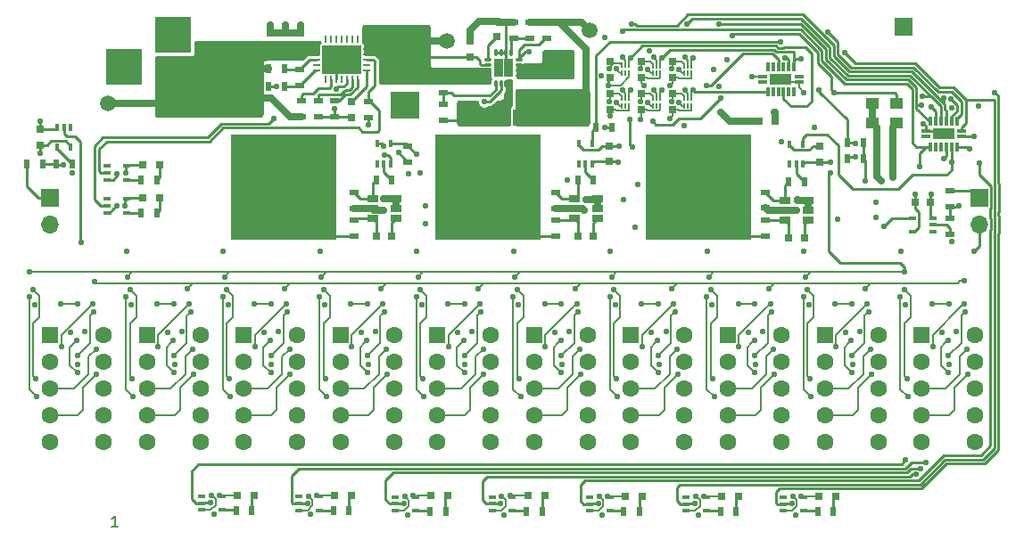
<source format=gbr>
G04 #@! TF.GenerationSoftware,KiCad,Pcbnew,(5.1.4)-1*
G04 #@! TF.CreationDate,2019-12-15T14:44:30-06:00*
G04 #@! TF.ProjectId,Incrementor,496e6372-656d-4656-9e74-6f722e6b6963,rev?*
G04 #@! TF.SameCoordinates,Original*
G04 #@! TF.FileFunction,Copper,L1,Top*
G04 #@! TF.FilePolarity,Positive*
%FSLAX46Y46*%
G04 Gerber Fmt 4.6, Leading zero omitted, Abs format (unit mm)*
G04 Created by KiCad (PCBNEW (5.1.4)-1) date 2019-12-15 14:44:30*
%MOMM*%
%LPD*%
G04 APERTURE LIST*
%ADD10C,0.150000*%
%ADD11R,1.300000X1.100000*%
%ADD12R,2.050000X1.050000*%
%ADD13R,0.850000X0.300000*%
%ADD14R,0.300000X0.850000*%
%ADD15R,0.200000X0.570000*%
%ADD16R,0.200000X0.520000*%
%ADD17O,1.700000X1.700000*%
%ADD18R,1.700000X1.700000*%
%ADD19R,0.750000X0.800000*%
%ADD20R,0.500000X0.900000*%
%ADD21R,10.000000X10.000000*%
%ADD22R,0.400000X0.650000*%
%ADD23R,1.060000X0.650000*%
%ADD24R,0.900000X0.500000*%
%ADD25R,0.800000X0.750000*%
%ADD26R,0.900000X0.900000*%
%ADD27O,0.300000X0.750000*%
%ADD28O,0.750000X0.300000*%
%ADD29R,1.825000X1.325000*%
%ADD30R,0.700000X0.250000*%
%ADD31R,0.250000X0.700000*%
%ADD32C,1.500000*%
%ADD33R,2.790000X1.903000*%
%ADD34R,3.500000X3.500000*%
%ADD35R,1.000000X1.600000*%
%ADD36R,1.600000X1.000000*%
%ADD37R,2.700000X2.550000*%
%ADD38C,1.600000*%
%ADD39R,1.600000X1.600000*%
%ADD40R,0.650000X0.400000*%
%ADD41R,0.800000X0.800000*%
%ADD42C,0.560000*%
%ADD43C,0.635000*%
%ADD44C,0.127000*%
%ADD45C,0.254000*%
G04 APERTURE END LIST*
D10*
X82988114Y-108046780D02*
X82416685Y-108046780D01*
X82702400Y-108046780D02*
X82702400Y-107046780D01*
X82607161Y-107189638D01*
X82511923Y-107284876D01*
X82416685Y-107332495D01*
D11*
X154615500Y-67820500D03*
X156915500Y-67820500D03*
X156915500Y-69720500D03*
X154615500Y-69720500D03*
D12*
X161381600Y-70768600D03*
D13*
X163081600Y-70518600D03*
X163081600Y-71018600D03*
D14*
X162631600Y-71968600D03*
X162131600Y-71968600D03*
X161631600Y-71968600D03*
X161131600Y-71968600D03*
X160631600Y-71968600D03*
X160131600Y-71968600D03*
D13*
X159681600Y-71018600D03*
X159681600Y-70518600D03*
D14*
X160131600Y-69568600D03*
X160631600Y-69568600D03*
X161131600Y-69568600D03*
X161631600Y-69568600D03*
X162131600Y-69568600D03*
X162631600Y-69568600D03*
D12*
X145941600Y-65568700D03*
D13*
X144241600Y-65818700D03*
X144241600Y-65318700D03*
D14*
X144691600Y-64368700D03*
X145191600Y-64368700D03*
X145691600Y-64368700D03*
X146191600Y-64368700D03*
X146691600Y-64368700D03*
X147191600Y-64368700D03*
D13*
X147641600Y-65318700D03*
X147641600Y-65818700D03*
D14*
X147191600Y-66768700D03*
X146691600Y-66768700D03*
X146191600Y-66768700D03*
X145691600Y-66768700D03*
X145191600Y-66768700D03*
X144691600Y-66768700D03*
D15*
X131541000Y-67363900D03*
X131191000Y-67363900D03*
X130841000Y-67363900D03*
D16*
X130841000Y-68093900D03*
X131191000Y-68093900D03*
X131541000Y-68093900D03*
D15*
X134487400Y-67363900D03*
X134137400Y-67363900D03*
X133787400Y-67363900D03*
D16*
X133787400Y-68093900D03*
X134137400Y-68093900D03*
X134487400Y-68093900D03*
D15*
X137459200Y-67363900D03*
X137109200Y-67363900D03*
X136759200Y-67363900D03*
D16*
X136759200Y-68093900D03*
X137109200Y-68093900D03*
X137459200Y-68093900D03*
D15*
X131541000Y-64257500D03*
X131191000Y-64257500D03*
X130841000Y-64257500D03*
D16*
X130841000Y-64987500D03*
X131191000Y-64987500D03*
X131541000Y-64987500D03*
D15*
X134487400Y-64265100D03*
X134137400Y-64265100D03*
X133787400Y-64265100D03*
D16*
X133787400Y-64995100D03*
X134137400Y-64995100D03*
X134487400Y-64995100D03*
D15*
X137459200Y-64265100D03*
X137109200Y-64265100D03*
X136759200Y-64265100D03*
D16*
X136759200Y-64995100D03*
X137109200Y-64995100D03*
X137459200Y-64995100D03*
D17*
X76581900Y-79349600D03*
D18*
X76581900Y-76809600D03*
D17*
X164744400Y-79349600D03*
D18*
X164744400Y-76809600D03*
D19*
X129717800Y-66966400D03*
X129717800Y-68466400D03*
X132664200Y-66966400D03*
X132664200Y-68466400D03*
X135636000Y-66966400D03*
X135636000Y-68466400D03*
X129717800Y-63860000D03*
X129717800Y-65360000D03*
X132664200Y-63867600D03*
X132664200Y-65367600D03*
D20*
X129883600Y-70180200D03*
X128383600Y-70180200D03*
D21*
X98755200Y-75793600D03*
D22*
X146758900Y-71719400D03*
X148058900Y-71719400D03*
X147408900Y-73619400D03*
X148058900Y-73619400D03*
X146758900Y-73619400D03*
X126743700Y-71694000D03*
X128043700Y-71694000D03*
X127393700Y-73594000D03*
X128043700Y-73594000D03*
X126743700Y-73594000D03*
D23*
X148508900Y-78003400D03*
X148508900Y-77053400D03*
X148508900Y-78953400D03*
X146308900Y-78953400D03*
X146308900Y-78003400D03*
X146308900Y-77053400D03*
X128557200Y-77851000D03*
X128557200Y-76901000D03*
X128557200Y-78801000D03*
X126357200Y-78801000D03*
X126357200Y-77851000D03*
X126357200Y-76901000D03*
D21*
X138074400Y-75793600D03*
X118135400Y-75793600D03*
D20*
X146658900Y-75272900D03*
X148158900Y-75272900D03*
X126643700Y-75120500D03*
X128143700Y-75120500D03*
D24*
X144487900Y-77800900D03*
X144487900Y-76300900D03*
X124599700Y-77839000D03*
X124599700Y-76339000D03*
X144487900Y-78967900D03*
X144487900Y-80467900D03*
X124599700Y-78942500D03*
X124599700Y-80442500D03*
D19*
X149631400Y-71919400D03*
X149631400Y-73419400D03*
X129616200Y-71894000D03*
X129616200Y-73394000D03*
D25*
X148158900Y-80606900D03*
X146658900Y-80606900D03*
X128143700Y-80454500D03*
X126643700Y-80454500D03*
D24*
X110540800Y-73406700D03*
X110540800Y-71906700D03*
D22*
X107604800Y-71706700D03*
X108904800Y-71706700D03*
X108254800Y-73606700D03*
X108904800Y-73606700D03*
X107604800Y-73606700D03*
D23*
X109418300Y-77863700D03*
X109418300Y-76913700D03*
X109418300Y-78813700D03*
X107218300Y-78813700D03*
X107218300Y-77863700D03*
X107218300Y-76913700D03*
D26*
X120058600Y-64927900D03*
X120058600Y-64027900D03*
X119158600Y-64927900D03*
X119158600Y-64027900D03*
D27*
X120358600Y-65952900D03*
X119858600Y-65952900D03*
X119358600Y-65952900D03*
X118858600Y-65952900D03*
D28*
X118133600Y-65227900D03*
X118133600Y-64727900D03*
X118133600Y-64227900D03*
X118133600Y-63727900D03*
D27*
X118858600Y-63002900D03*
X119358600Y-63002900D03*
X119858600Y-63002900D03*
X120358600Y-63002900D03*
D28*
X121083600Y-63727900D03*
X121083600Y-64227900D03*
X121083600Y-64727900D03*
X121083600Y-65227900D03*
D29*
X105154100Y-63028000D03*
X103329100Y-63028000D03*
X105154100Y-64353000D03*
X103329100Y-64353000D03*
D30*
X106641600Y-62690500D03*
X106641600Y-63190500D03*
X106641600Y-63690500D03*
X106641600Y-64190500D03*
X106641600Y-64690500D03*
D31*
X105741600Y-65590500D03*
X105241600Y-65590500D03*
X104741600Y-65590500D03*
X104241600Y-65590500D03*
X103741600Y-65590500D03*
X103241600Y-65590500D03*
X102741600Y-65590500D03*
D30*
X101841600Y-64690500D03*
X101841600Y-64190500D03*
X101841600Y-63690500D03*
X101841600Y-63190500D03*
X101841600Y-62690500D03*
D31*
X102741600Y-61790500D03*
X103241600Y-61790500D03*
X103741600Y-61790500D03*
X104241600Y-61790500D03*
X104741600Y-61790500D03*
X105241600Y-61790500D03*
X105741600Y-61790500D03*
D32*
X127812800Y-60934600D03*
X114274600Y-61925200D03*
X82029300Y-67856100D03*
D18*
X157607000Y-60579000D03*
D20*
X107504800Y-75133200D03*
X109004800Y-75133200D03*
D24*
X105460800Y-77851700D03*
X105460800Y-76351700D03*
X105460800Y-78955200D03*
X105460800Y-80455200D03*
X120561100Y-60171900D03*
X120561100Y-61671900D03*
X122148600Y-61671900D03*
X122148600Y-60171900D03*
X113919000Y-69444300D03*
X113919000Y-67944300D03*
X113919000Y-66840800D03*
X113919000Y-65340800D03*
X123736100Y-61671900D03*
X123736100Y-60171900D03*
X102019100Y-69139500D03*
X102019100Y-67639500D03*
X106781600Y-67703000D03*
X106781600Y-69203000D03*
X103606600Y-69139500D03*
X103606600Y-67639500D03*
X100431600Y-67639500D03*
X100431600Y-69139500D03*
D20*
X97332100Y-66230500D03*
X98832100Y-66230500D03*
D24*
X100241100Y-66155000D03*
X100241100Y-64655000D03*
D20*
X98832100Y-64579500D03*
X97332100Y-64579500D03*
D33*
X124815600Y-68644300D03*
X124815600Y-63791300D03*
D34*
X83565000Y-64360800D03*
X88265000Y-61360800D03*
X88265000Y-67360800D03*
D25*
X109004800Y-80467200D03*
X107504800Y-80467200D03*
D35*
X118045100Y-69176900D03*
X121045100Y-69176900D03*
D19*
X116433600Y-63449900D03*
X116433600Y-61949900D03*
X118973600Y-61544900D03*
X118973600Y-60044900D03*
D36*
X115989100Y-68073400D03*
X115989100Y-65073400D03*
D37*
X110274100Y-68033900D03*
X110274100Y-61683900D03*
D19*
X105194100Y-67703000D03*
X105194100Y-69203000D03*
X100368100Y-62662500D03*
X100368100Y-61162500D03*
X98907600Y-62662500D03*
X98907600Y-61162500D03*
X97447100Y-62662500D03*
X97447100Y-61162500D03*
D38*
X81653400Y-89877900D03*
X81653400Y-92417900D03*
X81653400Y-94957900D03*
X81653400Y-97497900D03*
X81653400Y-100037900D03*
X76573400Y-100037900D03*
X76573400Y-97497900D03*
X76573400Y-94957900D03*
X76573400Y-92417900D03*
D39*
X76573400Y-89877900D03*
D38*
X90843400Y-89877900D03*
X90843400Y-92417900D03*
X90843400Y-94957900D03*
X90843400Y-97497900D03*
X90843400Y-100037900D03*
X85763400Y-100037900D03*
X85763400Y-97497900D03*
X85763400Y-94957900D03*
X85763400Y-92417900D03*
D39*
X85763400Y-89877900D03*
D38*
X100033400Y-89877900D03*
X100033400Y-92417900D03*
X100033400Y-94957900D03*
X100033400Y-97497900D03*
X100033400Y-100037900D03*
X94953400Y-100037900D03*
X94953400Y-97497900D03*
X94953400Y-94957900D03*
X94953400Y-92417900D03*
D39*
X94953400Y-89877900D03*
D38*
X109223400Y-89877900D03*
X109223400Y-92417900D03*
X109223400Y-94957900D03*
X109223400Y-97497900D03*
X109223400Y-100037900D03*
X104143400Y-100037900D03*
X104143400Y-97497900D03*
X104143400Y-94957900D03*
X104143400Y-92417900D03*
D39*
X104143400Y-89877900D03*
D38*
X118413400Y-89877900D03*
X118413400Y-92417900D03*
X118413400Y-94957900D03*
X118413400Y-97497900D03*
X118413400Y-100037900D03*
X113333400Y-100037900D03*
X113333400Y-97497900D03*
X113333400Y-94957900D03*
X113333400Y-92417900D03*
D39*
X113333400Y-89877900D03*
D38*
X127603400Y-89877900D03*
X127603400Y-92417900D03*
X127603400Y-94957900D03*
X127603400Y-97497900D03*
X127603400Y-100037900D03*
X122523400Y-100037900D03*
X122523400Y-97497900D03*
X122523400Y-94957900D03*
X122523400Y-92417900D03*
D39*
X122523400Y-89877900D03*
D38*
X136793400Y-89877900D03*
X136793400Y-92417900D03*
X136793400Y-94957900D03*
X136793400Y-97497900D03*
X136793400Y-100037900D03*
X131713400Y-100037900D03*
X131713400Y-97497900D03*
X131713400Y-94957900D03*
X131713400Y-92417900D03*
D39*
X131713400Y-89877900D03*
D38*
X145983400Y-89877900D03*
X145983400Y-92417900D03*
X145983400Y-94957900D03*
X145983400Y-97497900D03*
X145983400Y-100037900D03*
X140903400Y-100037900D03*
X140903400Y-97497900D03*
X140903400Y-94957900D03*
X140903400Y-92417900D03*
D39*
X140903400Y-89877900D03*
D38*
X155173400Y-89877900D03*
X155173400Y-92417900D03*
X155173400Y-94957900D03*
X155173400Y-97497900D03*
X155173400Y-100037900D03*
X150093400Y-100037900D03*
X150093400Y-97497900D03*
X150093400Y-94957900D03*
X150093400Y-92417900D03*
D39*
X150093400Y-89877900D03*
D22*
X78526400Y-70119200D03*
X77226400Y-70119200D03*
X77876400Y-70119200D03*
X77226400Y-72019200D03*
X78526400Y-72019200D03*
D39*
X159283400Y-89877900D03*
D38*
X159283400Y-92417900D03*
X159283400Y-94957900D03*
X159283400Y-97497900D03*
X159283400Y-100037900D03*
X164363400Y-100037900D03*
X164363400Y-97497900D03*
X164363400Y-94957900D03*
X164363400Y-92417900D03*
X164363400Y-89877900D03*
D40*
X160360400Y-80050400D03*
X160360400Y-78750400D03*
X160360400Y-79400400D03*
X158460400Y-78750400D03*
X158460400Y-80050400D03*
X81968300Y-76934300D03*
X81968300Y-78234300D03*
X81968300Y-77584300D03*
X83868300Y-78234300D03*
X83868300Y-76934300D03*
X146179500Y-105280700D03*
X146179500Y-106580700D03*
X146179500Y-105930700D03*
X148079500Y-106580700D03*
X148079500Y-105280700D03*
X109362200Y-105255300D03*
X109362200Y-106555300D03*
X109362200Y-105905300D03*
X111262200Y-106555300D03*
X111262200Y-105255300D03*
X118518900Y-105255300D03*
X118518900Y-106555300D03*
X118518900Y-105905300D03*
X120418900Y-106555300D03*
X120418900Y-105255300D03*
X136959300Y-105280700D03*
X136959300Y-106580700D03*
X136959300Y-105930700D03*
X138859300Y-106580700D03*
X138859300Y-105280700D03*
X100192800Y-105229900D03*
X100192800Y-106529900D03*
X100192800Y-105879900D03*
X102092800Y-106529900D03*
X102092800Y-105229900D03*
X81968300Y-73810100D03*
X81968300Y-75110100D03*
X81968300Y-74460100D03*
X83868300Y-75110100D03*
X83868300Y-73810100D03*
X127789900Y-105268000D03*
X127789900Y-106568000D03*
X127789900Y-105918000D03*
X129689900Y-106568000D03*
X129689900Y-105268000D03*
X90982800Y-105191800D03*
X90982800Y-106491800D03*
X90982800Y-105841800D03*
X92882800Y-106491800D03*
X92882800Y-105191800D03*
D20*
X74383200Y-73609200D03*
X75883200Y-73609200D03*
X77177200Y-73609200D03*
X78677200Y-73609200D03*
D24*
X161950400Y-80302800D03*
X161950400Y-78802800D03*
X161950400Y-77661200D03*
X161950400Y-76161200D03*
D20*
X85216300Y-78282800D03*
X86716300Y-78282800D03*
X149427500Y-106629200D03*
X150927500Y-106629200D03*
X112610200Y-106603800D03*
X114110200Y-106603800D03*
X121766900Y-106603800D03*
X123266900Y-106603800D03*
X140207300Y-106629200D03*
X141707300Y-106629200D03*
X103440800Y-106578400D03*
X104940800Y-106578400D03*
X85216300Y-75158600D03*
X86716300Y-75158600D03*
X131037900Y-106616500D03*
X132537900Y-106616500D03*
X94233300Y-106540300D03*
X95733300Y-106540300D03*
X153746900Y-71577200D03*
X152246900Y-71577200D03*
X153746900Y-73101200D03*
X152246900Y-73101200D03*
D41*
X86956800Y-76822300D03*
X85356800Y-76822300D03*
X151168000Y-105168700D03*
X149568000Y-105168700D03*
X114350700Y-105143300D03*
X112750700Y-105143300D03*
X123507400Y-105143300D03*
X121907400Y-105143300D03*
X141947800Y-105168700D03*
X140347800Y-105168700D03*
X105181300Y-105117900D03*
X103581300Y-105117900D03*
X86956800Y-73698100D03*
X85356800Y-73698100D03*
X132778400Y-105156000D03*
X131178400Y-105156000D03*
X95973800Y-105079800D03*
X94373800Y-105079800D03*
D19*
X75641200Y-71819200D03*
X75641200Y-70319200D03*
D25*
X158660400Y-77216000D03*
X160160400Y-77216000D03*
X145352200Y-69519800D03*
X143852200Y-69519800D03*
D19*
X135636000Y-65367600D03*
X135636000Y-63867600D03*
D25*
X155028200Y-71170800D03*
X156528200Y-71170800D03*
X155028200Y-72567800D03*
X156528200Y-72567800D03*
X155028200Y-73964800D03*
X156528200Y-73964800D03*
D42*
X109321600Y-67081400D03*
X79882400Y-89560400D03*
X89072400Y-89560400D03*
X98262400Y-89560400D03*
X107452400Y-89560400D03*
X116642400Y-89560400D03*
X125832400Y-89560400D03*
X135022400Y-89560400D03*
X144212400Y-89560400D03*
X153402400Y-89560400D03*
X162592400Y-89560400D03*
X157320400Y-81876900D03*
X148130400Y-81876900D03*
X138940400Y-81876900D03*
X129750400Y-81876900D03*
X120560400Y-81876900D03*
X111370400Y-81876900D03*
X102180400Y-81876900D03*
X92990400Y-81876900D03*
X83800400Y-81876900D03*
X132588000Y-64560598D03*
X135559800Y-64560598D03*
X129641600Y-67659398D03*
X132588000Y-67659398D03*
X135559800Y-67659398D03*
X148107400Y-66827400D03*
X145941600Y-65568700D03*
X91875798Y-105134096D03*
X92125800Y-106883200D03*
X101070598Y-105159496D03*
X101320600Y-106908600D03*
X110239998Y-105184896D03*
X110490000Y-106934000D03*
X119409398Y-105184896D03*
X119659400Y-106934000D03*
X128930400Y-106959400D03*
X128680398Y-105210296D03*
X137849798Y-105210296D03*
X138099800Y-106959400D03*
X147069998Y-105210296D03*
X147320000Y-106959400D03*
X75666600Y-69519800D03*
X108280200Y-72771000D03*
X109626400Y-72517000D03*
X110591600Y-74574400D03*
X108254800Y-77978000D03*
X119158600Y-64027900D03*
X120058600Y-64027900D03*
X120058600Y-64927900D03*
X119158600Y-64927900D03*
X154990800Y-78714600D03*
X147447000Y-78028800D03*
X160172400Y-76454000D03*
X153949400Y-75209400D03*
X127254000Y-78003400D03*
X125679200Y-75107800D03*
X130530600Y-73406000D03*
X161381600Y-70768600D03*
X112191800Y-77622400D03*
X130962400Y-77012800D03*
X150647400Y-73456800D03*
X97447100Y-60388500D03*
X98920300Y-60388500D03*
X100368100Y-60388500D03*
X109956600Y-67081400D03*
X110591600Y-67081400D03*
X111226600Y-67081400D03*
X109321600Y-67716400D03*
X109956600Y-67716400D03*
X110591600Y-67716400D03*
X111226600Y-67716400D03*
X109321600Y-68351400D03*
X109956600Y-68351400D03*
X110591600Y-68351400D03*
X111226600Y-68351400D03*
X109321600Y-68986400D03*
X109956600Y-68986400D03*
X110591600Y-68986400D03*
X111226600Y-68986400D03*
X115620800Y-69570600D03*
X116255800Y-69570600D03*
X116255800Y-68935600D03*
X115620800Y-68935600D03*
X116890800Y-68935600D03*
X116890800Y-69570600D03*
X129235810Y-70128790D03*
X140258800Y-68707000D03*
X149123400Y-70104000D03*
X156540200Y-74904600D03*
X103733600Y-66471200D03*
X159477297Y-69783103D03*
X164236400Y-81940400D03*
X118338600Y-69545200D03*
X117703600Y-69545200D03*
X118338600Y-68910200D03*
X117703600Y-68910200D03*
X82878254Y-77597000D03*
X82924782Y-74523600D03*
X129636815Y-64530413D03*
X78521843Y-89655343D03*
X87711843Y-89655343D03*
X96901843Y-89655343D03*
X106091843Y-89655343D03*
X115281843Y-89655343D03*
X124471843Y-89655343D03*
X133661843Y-89655343D03*
X142851843Y-89655343D03*
X152041843Y-89655343D03*
X161231843Y-89655343D03*
X129710259Y-69061643D03*
X143205200Y-65303400D03*
X92682800Y-105079800D03*
X101877600Y-105105200D03*
X111047000Y-105130600D03*
X120216400Y-105130600D03*
X129487400Y-105156000D03*
X138656800Y-105156000D03*
X147877000Y-105156000D03*
X83731800Y-74460100D03*
X83681000Y-77584300D03*
X75641200Y-72593200D03*
X106781600Y-69900800D03*
X108254800Y-71906700D03*
X111658400Y-74498200D03*
X112217200Y-79298800D03*
X154990800Y-77241400D03*
X158648400Y-76479400D03*
X162153600Y-81000600D03*
X155448000Y-75209400D03*
X132105400Y-79654400D03*
X132359400Y-75590400D03*
X130556000Y-71907400D03*
X164236400Y-71018400D03*
X162128200Y-68300600D03*
X149443506Y-71997935D03*
X121081800Y-67005200D03*
X121081800Y-67640200D03*
X121716800Y-67640200D03*
X121716800Y-67005200D03*
X122351800Y-67640200D03*
X122351800Y-67005200D03*
X122986800Y-67005200D03*
X122986800Y-67640200D03*
X123621800Y-67005200D03*
X124891800Y-67005200D03*
X126161800Y-67005200D03*
X125526800Y-67005200D03*
X124256800Y-67005200D03*
X126796800Y-67005200D03*
X127431800Y-67005200D03*
X127431800Y-67640200D03*
X126796800Y-67640200D03*
X127431800Y-68275200D03*
X126796800Y-68910200D03*
X127431800Y-68910200D03*
X126796800Y-68275200D03*
X127431800Y-69545200D03*
X126796800Y-69545200D03*
X117754400Y-67691000D03*
X145338800Y-68707000D03*
X151358600Y-78867000D03*
X78663800Y-74466202D03*
X129540000Y-66159372D03*
X132969000Y-66141600D03*
X135432800Y-66159386D03*
X132613400Y-69342000D03*
X135382000Y-69316600D03*
X162864800Y-77622400D03*
X77825600Y-73660000D03*
X97815400Y-69265800D03*
X122047000Y-62966600D03*
X137591800Y-63500000D03*
X153009600Y-72923400D03*
X151003000Y-66802000D03*
X140792200Y-63677800D03*
X141300200Y-61392400D03*
X157683200Y-83870800D03*
X74574400Y-83870800D03*
X83921600Y-84328000D03*
X93116400Y-84328000D03*
X102311200Y-84328000D03*
X111506000Y-84328000D03*
X120700800Y-84328000D03*
X129895600Y-84328000D03*
X139090400Y-84328000D03*
X148285200Y-84328000D03*
X152984200Y-71628000D03*
X146356594Y-63500869D03*
X145923000Y-62052200D03*
X149580600Y-66548000D03*
X150672800Y-74422000D03*
X134620000Y-63500000D03*
X147828000Y-63601600D03*
X131673600Y-63500000D03*
X137591800Y-66624200D03*
X134620000Y-66624200D03*
X138912600Y-66192400D03*
X131673600Y-66624200D03*
X131622800Y-69367400D03*
X131817101Y-71992018D03*
X155702000Y-79552800D03*
X136824024Y-63476434D03*
X146989800Y-105892600D03*
X136982200Y-60324400D03*
X166243000Y-66827400D03*
X159334811Y-67183000D03*
X133852224Y-63476434D03*
X137769600Y-105892600D03*
X152019000Y-63068200D03*
X130905824Y-63476434D03*
X128600200Y-105892600D03*
X130911600Y-60985400D03*
X159080200Y-73837800D03*
X164744400Y-73507600D03*
X136824024Y-66600634D03*
X119329200Y-105867200D03*
X140081000Y-60324400D03*
X140081000Y-66217800D03*
X159271535Y-68050294D03*
X158810874Y-103085722D03*
X133852224Y-66600634D03*
X131724400Y-60324400D03*
X161366200Y-67310600D03*
X159224070Y-102536855D03*
X110162799Y-105872445D03*
X130905824Y-66600634D03*
X129209800Y-61620400D03*
X150423548Y-61082252D03*
X164668200Y-68072600D03*
X159664400Y-101955600D03*
X100993385Y-105847054D03*
X162128200Y-73406000D03*
X161391600Y-73075800D03*
X163880800Y-72136000D03*
X160248600Y-68224400D03*
X91795600Y-105816400D03*
X162068104Y-67446296D03*
X157784800Y-101752400D03*
X163322000Y-84734400D03*
X80822800Y-84785200D03*
X89611200Y-85445600D03*
X98806000Y-85445600D03*
X108000800Y-85445600D03*
X117195600Y-85445600D03*
X126390400Y-85445600D03*
X135585200Y-85445600D03*
X144780000Y-85445600D03*
X153974800Y-85445600D03*
X157284400Y-86258400D03*
X157982900Y-95719900D03*
X148094400Y-86258400D03*
X148792900Y-95719900D03*
X138904400Y-86258400D03*
X139602900Y-95719900D03*
X129714400Y-86258400D03*
X130412900Y-95719900D03*
X120524400Y-86258400D03*
X121222900Y-95719900D03*
X111334400Y-86258400D03*
X112032900Y-95719900D03*
X102144400Y-86258400D03*
X102842900Y-95719900D03*
X92954400Y-86258400D03*
X93652900Y-95719900D03*
X83764400Y-86258400D03*
X84462900Y-95719900D03*
X75272900Y-95719900D03*
X74574400Y-86258400D03*
X136262133Y-64647314D03*
X139522200Y-64668400D03*
X133290333Y-64647314D03*
X133451600Y-62891021D03*
X128917600Y-65227200D03*
X130336328Y-64586117D03*
X136262133Y-67746114D03*
X136753600Y-70002400D03*
X133807200Y-69570600D03*
X140258800Y-67309400D03*
X133290333Y-67746114D03*
X130343933Y-67746114D03*
X145973800Y-71475600D03*
X157881900Y-94005400D03*
X157665400Y-85559900D03*
X161792920Y-90385900D03*
X157792400Y-87020400D03*
X161859898Y-93433900D03*
X161861400Y-86893400D03*
X160268900Y-86893400D03*
X163443906Y-87655400D03*
X161856400Y-91846400D03*
X160339888Y-90993919D03*
X163316900Y-86904897D03*
X163697900Y-93560900D03*
X161919900Y-92671900D03*
X163634400Y-91211400D03*
X148691900Y-94005400D03*
X148475400Y-85559900D03*
X152602920Y-90385900D03*
X148602400Y-87020400D03*
X152669898Y-93433900D03*
X152671400Y-86893400D03*
X151078900Y-86893400D03*
X154253906Y-87655400D03*
X152666400Y-91846400D03*
X151149888Y-90993919D03*
X154126900Y-86904897D03*
X154507900Y-93560900D03*
X152729900Y-92671900D03*
X154444400Y-91211400D03*
X139501900Y-94005400D03*
X139285400Y-85559900D03*
X143412920Y-90385900D03*
X139412400Y-87020400D03*
X143479898Y-93433900D03*
X143481400Y-86893400D03*
X141888900Y-86893400D03*
X145063906Y-87655400D03*
X143476400Y-91846400D03*
X141959888Y-90993919D03*
X144936900Y-86904897D03*
X145317900Y-93560900D03*
X143539900Y-92671900D03*
X145254400Y-91211400D03*
X130311900Y-94005400D03*
X130095400Y-85559900D03*
X134222920Y-90385900D03*
X130222400Y-87020400D03*
X134289898Y-93433900D03*
X134291400Y-86893400D03*
X132698900Y-86893400D03*
X135873906Y-87655400D03*
X134286400Y-91846400D03*
X132769888Y-90993919D03*
X135746900Y-86904897D03*
X136127900Y-93560900D03*
X134349900Y-92671900D03*
X136064400Y-91211400D03*
X121121900Y-94005400D03*
X120905400Y-85559900D03*
X125032920Y-90385900D03*
X121032400Y-87020400D03*
X125099898Y-93433900D03*
X125101400Y-86893400D03*
X123508900Y-86893400D03*
X126683906Y-87655400D03*
X125096400Y-91846400D03*
X123579888Y-90993919D03*
X126556900Y-86904897D03*
X126937900Y-93560900D03*
X125159900Y-92671900D03*
X126874400Y-91211400D03*
X111931900Y-94005400D03*
X111715400Y-85559900D03*
X115842920Y-90385900D03*
X111842400Y-87020400D03*
X115909898Y-93433900D03*
X115911400Y-86893400D03*
X114318900Y-86893400D03*
X117493906Y-87655400D03*
X115906400Y-91846400D03*
X114389888Y-90993919D03*
X117366900Y-86904897D03*
X117747900Y-93560900D03*
X115969900Y-92671900D03*
X117684400Y-91211400D03*
X102741900Y-94005400D03*
X102525400Y-85559900D03*
X106652920Y-90385900D03*
X102652400Y-87020400D03*
X106719898Y-93433900D03*
X106721400Y-86893400D03*
X105128900Y-86893400D03*
X108303906Y-87655400D03*
X106716400Y-91846400D03*
X105199888Y-90993919D03*
X108176900Y-86904897D03*
X108557900Y-93560900D03*
X106779900Y-92671900D03*
X108494400Y-91211400D03*
X93551900Y-94005400D03*
X93335400Y-85559900D03*
X97462920Y-90385900D03*
X93462400Y-87020400D03*
X97529898Y-93433900D03*
X97531400Y-86893400D03*
X95938900Y-86893400D03*
X99113906Y-87655400D03*
X97526400Y-91846400D03*
X96009888Y-90993919D03*
X98986900Y-86904897D03*
X99367900Y-93560900D03*
X97589900Y-92671900D03*
X99304400Y-91211400D03*
X84361900Y-94005400D03*
X84145400Y-85559900D03*
X88272920Y-90385900D03*
X84272400Y-87020400D03*
X88339898Y-93433900D03*
X88341400Y-86893400D03*
X86748900Y-86893400D03*
X89923906Y-87655400D03*
X88336400Y-91846400D03*
X86819888Y-90993919D03*
X89796900Y-86904897D03*
X90177900Y-93560900D03*
X88399900Y-92671900D03*
X90114400Y-91211400D03*
X74955400Y-85559900D03*
X75171900Y-94005400D03*
X79149898Y-93433900D03*
X79082920Y-90385900D03*
X79151400Y-86893400D03*
X77558900Y-86893400D03*
X75082400Y-87020400D03*
X79146400Y-91846400D03*
X80733906Y-87655400D03*
X77629888Y-90993919D03*
X80606900Y-86904897D03*
X79502000Y-81026000D03*
X80987900Y-93560900D03*
X79209900Y-92671900D03*
X80924400Y-91211400D03*
X98069400Y-66217800D03*
X103329100Y-63028000D03*
X105154100Y-63028000D03*
X105154100Y-64353000D03*
X103329100Y-64353000D03*
X103606600Y-68376800D03*
X109004800Y-75133200D03*
X111353600Y-72720200D03*
X108254800Y-76885800D03*
X127482600Y-77012800D03*
X147497800Y-77038200D03*
X128143700Y-75120500D03*
X148158900Y-75272900D03*
D43*
X87769700Y-67856100D02*
X88265000Y-67360800D01*
X82029300Y-67856100D02*
X87769700Y-67856100D01*
X99346600Y-69139500D02*
X100431600Y-69139500D01*
X97567900Y-67360800D02*
X99346600Y-69139500D01*
X88265000Y-67360800D02*
X97567900Y-67360800D01*
X88265000Y-65849500D02*
X88265000Y-67360800D01*
X97332100Y-64579500D02*
X89535000Y-64579500D01*
X89535000Y-64579500D02*
X88265000Y-65849500D01*
D44*
X133166200Y-63867600D02*
X132664200Y-63867600D01*
X133547048Y-63867600D02*
X133166200Y-63867600D01*
X133787400Y-64107952D02*
X133547048Y-63867600D01*
X133787400Y-64265100D02*
X133787400Y-64107952D01*
X132664200Y-63867600D02*
X132664200Y-64484398D01*
X132664200Y-64484398D02*
X132588000Y-64560598D01*
X135636000Y-64484398D02*
X135559800Y-64560598D01*
X135636000Y-63867600D02*
X135636000Y-64484398D01*
X136138000Y-63867600D02*
X135636000Y-63867600D01*
X136518848Y-63867600D02*
X136138000Y-63867600D01*
X136759200Y-64107952D02*
X136518848Y-63867600D01*
X136759200Y-64265100D02*
X136759200Y-64107952D01*
X130841000Y-67363900D02*
X130841000Y-67206752D01*
X129717800Y-66966400D02*
X129717800Y-67583198D01*
X130600648Y-66966400D02*
X130219800Y-66966400D01*
X129717800Y-67583198D02*
X129641600Y-67659398D01*
X130841000Y-67206752D02*
X130600648Y-66966400D01*
X130219800Y-66966400D02*
X129717800Y-66966400D01*
X133787400Y-67206752D02*
X133547048Y-66966400D01*
X132664200Y-66966400D02*
X132664200Y-67583198D01*
X133166200Y-66966400D02*
X132664200Y-66966400D01*
X132664200Y-67583198D02*
X132588000Y-67659398D01*
X133787400Y-67363900D02*
X133787400Y-67206752D01*
X133547048Y-66966400D02*
X133166200Y-66966400D01*
X136759200Y-67206752D02*
X136518848Y-66966400D01*
X135636000Y-67583198D02*
X135559800Y-67659398D01*
X135636000Y-66966400D02*
X135636000Y-67583198D01*
X136138000Y-66966400D02*
X135636000Y-66966400D01*
X136759200Y-67363900D02*
X136759200Y-67206752D01*
X136518848Y-66966400D02*
X136138000Y-66966400D01*
X146191600Y-65818700D02*
X145941600Y-65568700D01*
X147641600Y-65818700D02*
X146191600Y-65818700D01*
X147641600Y-65818700D02*
X147641600Y-66361600D01*
X147641600Y-66361600D02*
X148107400Y-66827400D01*
X92266101Y-106057099D02*
X92266101Y-105474101D01*
X91926096Y-105134096D02*
X91875798Y-105134096D01*
X92266101Y-105474101D02*
X91926096Y-105134096D01*
X91831400Y-106491800D02*
X92266101Y-106057099D01*
X90982800Y-106491800D02*
X91831400Y-106491800D01*
X119365000Y-106542600D02*
X119799701Y-106107899D01*
X118516400Y-106542600D02*
X119365000Y-106542600D01*
X119799701Y-106107899D02*
X119799701Y-105524901D01*
X119799701Y-105524901D02*
X119459696Y-105184896D01*
X119459696Y-105184896D02*
X119409398Y-105184896D01*
X129070701Y-105550301D02*
X128730696Y-105210296D01*
X129070701Y-106133299D02*
X129070701Y-105550301D01*
X128636000Y-106568000D02*
X129070701Y-106133299D01*
X127787400Y-106568000D02*
X128636000Y-106568000D01*
X128730696Y-105210296D02*
X128680398Y-105210296D01*
X137900096Y-105210296D02*
X137849798Y-105210296D01*
X136956800Y-106568000D02*
X137805400Y-106568000D01*
X137805400Y-106568000D02*
X138240101Y-106133299D01*
X138240101Y-105550301D02*
X137900096Y-105210296D01*
X138240101Y-106133299D02*
X138240101Y-105550301D01*
X147120296Y-105210296D02*
X147069998Y-105210296D01*
X147460301Y-106133299D02*
X147460301Y-105550301D01*
X146177000Y-106568000D02*
X147025600Y-106568000D01*
X147460301Y-105550301D02*
X147120296Y-105210296D01*
X147025600Y-106568000D02*
X147460301Y-106133299D01*
D45*
X77026400Y-70319200D02*
X77226400Y-70119200D01*
X75641200Y-70319200D02*
X77026400Y-70319200D01*
X75641200Y-70319200D02*
X75641200Y-69545200D01*
X75641200Y-69545200D02*
X75666600Y-69519800D01*
X108648100Y-72771000D02*
X108280200Y-72771000D01*
X108904800Y-73606700D02*
X108904800Y-73027700D01*
X108904800Y-73027700D02*
X108648100Y-72771000D01*
X110540800Y-73406700D02*
X110516100Y-73406700D01*
X110516100Y-73406700D02*
X109626400Y-72517000D01*
D43*
X107332600Y-77978000D02*
X107218300Y-77863700D01*
X108254800Y-77978000D02*
X107332600Y-77978000D01*
X119100600Y-60171900D02*
X118973600Y-60044900D01*
X156528200Y-73964800D02*
X156528200Y-71170800D01*
X146334300Y-78028800D02*
X146308900Y-78003400D01*
X147447000Y-78028800D02*
X146334300Y-78028800D01*
X144690400Y-78003400D02*
X146308900Y-78003400D01*
X144487900Y-77800900D02*
X144690400Y-78003400D01*
D45*
X160160400Y-78550400D02*
X160360400Y-78750400D01*
X160160400Y-77216000D02*
X160160400Y-78550400D01*
X160160400Y-77216000D02*
X160160400Y-76466000D01*
X160160400Y-76466000D02*
X160172400Y-76454000D01*
X153949400Y-73303700D02*
X153746900Y-73101200D01*
X153949400Y-75209400D02*
X153949400Y-73303700D01*
X153746900Y-73101200D02*
X153746900Y-71577200D01*
D43*
X107206300Y-77851700D02*
X107218300Y-77863700D01*
X105460800Y-77851700D02*
X107206300Y-77851700D01*
X126345200Y-77839000D02*
X126357200Y-77851000D01*
X124599700Y-77839000D02*
X126345200Y-77839000D01*
X126357200Y-77851000D02*
X127101600Y-77851000D01*
X127101600Y-77851000D02*
X127254000Y-78003400D01*
D45*
X128243700Y-73394000D02*
X128043700Y-73594000D01*
X129616200Y-73394000D02*
X128243700Y-73394000D01*
X129616200Y-73394000D02*
X130518600Y-73394000D01*
X130518600Y-73394000D02*
X130530600Y-73406000D01*
X161131600Y-70518600D02*
X161381600Y-70768600D01*
X159681600Y-70518600D02*
X161131600Y-70518600D01*
X148258900Y-73419400D02*
X148058900Y-73619400D01*
X149631400Y-73419400D02*
X148258900Y-73419400D01*
X149631400Y-73419400D02*
X150610000Y-73419400D01*
X150610000Y-73419400D02*
X150647400Y-73456800D01*
D43*
X97447100Y-61162500D02*
X100368100Y-61162500D01*
X97447100Y-61162500D02*
X97447100Y-60388500D01*
X98920300Y-61162500D02*
X98920300Y-60388500D01*
X100368100Y-61162500D02*
X100368100Y-60388500D01*
D45*
X119888700Y-60171900D02*
X119786400Y-60274200D01*
D43*
X119888700Y-60171900D02*
X119100600Y-60171900D01*
X120561100Y-60171900D02*
X119888700Y-60171900D01*
D45*
X119858600Y-62373900D02*
X119858600Y-63002900D01*
X119786400Y-60274200D02*
X119786400Y-62301700D01*
X119786400Y-62301700D02*
X119858600Y-62373900D01*
X118858600Y-63002900D02*
X119858600Y-63002900D01*
D43*
X117303600Y-60044900D02*
X118973600Y-60044900D01*
X116433600Y-61949900D02*
X116433600Y-60914900D01*
X116433600Y-60914900D02*
X117303600Y-60044900D01*
D45*
X119858600Y-63827900D02*
X120058600Y-64027900D01*
X119858600Y-63002900D02*
X119858600Y-63827900D01*
X115494500Y-69444300D02*
X115620800Y-69570600D01*
X113919000Y-69444300D02*
X115494500Y-69444300D01*
X129883600Y-70180200D02*
X129287220Y-70180200D01*
X129287220Y-70180200D02*
X129235810Y-70128790D01*
D43*
X143852200Y-69519800D02*
X141071600Y-69519800D01*
X141071600Y-69519800D02*
X140258800Y-68707000D01*
X156528200Y-73964800D02*
X156528200Y-74892600D01*
X156528200Y-74892600D02*
X156540200Y-74904600D01*
D45*
X104439371Y-66268600D02*
X104292400Y-66268600D01*
X104741600Y-65590500D02*
X104741600Y-65966371D01*
X104741600Y-65966371D02*
X104439371Y-66268600D01*
X104292400Y-66268600D02*
X103936200Y-66268600D01*
X103936200Y-66268600D02*
X103733600Y-66471200D01*
X159681600Y-70518600D02*
X159681600Y-69987406D01*
X159681600Y-69987406D02*
X159477297Y-69783103D01*
X164744400Y-79349600D02*
X164744400Y-81432400D01*
X164744400Y-81432400D02*
X164236400Y-81940400D01*
X82240954Y-78234300D02*
X82598255Y-77876999D01*
X82598255Y-77876999D02*
X82878254Y-77597000D01*
X81917500Y-78234300D02*
X82240954Y-78234300D01*
X82547300Y-75110100D02*
X82924782Y-74732618D01*
X82924782Y-74732618D02*
X82924782Y-74523600D01*
X81968300Y-75110100D02*
X82547300Y-75110100D01*
D44*
X101463886Y-105552784D02*
X101350597Y-105439495D01*
X101463886Y-106072896D02*
X101463886Y-105552784D01*
X101019579Y-106517200D02*
X101463886Y-106072896D01*
X101350597Y-105439495D02*
X101070598Y-105159496D01*
X100177600Y-106517200D02*
X101019579Y-106517200D01*
X110519997Y-105464895D02*
X110239998Y-105184896D01*
X110633299Y-105578197D02*
X110519997Y-105464895D01*
X110633299Y-106098286D02*
X110633299Y-105578197D01*
X110188983Y-106542600D02*
X110633299Y-106098286D01*
X109347000Y-106542600D02*
X110188983Y-106542600D01*
X130683852Y-64082552D02*
X130084676Y-64082552D01*
X130841000Y-64239700D02*
X130683852Y-64082552D01*
X130084676Y-64082552D02*
X129916814Y-64250414D01*
X129916814Y-64250414D02*
X129636815Y-64530413D01*
D43*
X156528200Y-70107800D02*
X156915500Y-69720500D01*
X156528200Y-71170800D02*
X156528200Y-70107800D01*
D45*
X106641600Y-65069500D02*
X106641600Y-64690500D01*
X106641600Y-66230500D02*
X106641600Y-65069500D01*
X105194100Y-67703000D02*
X105194100Y-67678000D01*
X105194100Y-67678000D02*
X106641600Y-66230500D01*
X117062600Y-63449900D02*
X116433600Y-63449900D01*
X117398800Y-63786100D02*
X117062600Y-63449900D01*
X117398800Y-64122100D02*
X117398800Y-63786100D01*
X117504600Y-64227900D02*
X117398800Y-64122100D01*
X118133600Y-64227900D02*
X117504600Y-64227900D01*
X110274100Y-63212900D02*
X110274100Y-61683900D01*
X116433600Y-63449900D02*
X110511100Y-63449900D01*
X110511100Y-63449900D02*
X110274100Y-63212900D01*
D43*
X110515400Y-61925200D02*
X110274100Y-61683900D01*
X114274600Y-61925200D02*
X110515400Y-61925200D01*
D45*
X118133600Y-62384900D02*
X118133600Y-63727900D01*
X118973600Y-61544900D02*
X118133600Y-62384900D01*
D44*
X134487400Y-65382100D02*
X134487400Y-64995100D01*
X134423899Y-65445601D02*
X134487400Y-65382100D01*
X133244201Y-65445601D02*
X134423899Y-65445601D01*
X133166200Y-65367600D02*
X133244201Y-65445601D01*
X132664200Y-65367600D02*
X133166200Y-65367600D01*
X137459200Y-65382100D02*
X137459200Y-64995100D01*
X137395699Y-65445601D02*
X137459200Y-65382100D01*
X136138000Y-65367600D02*
X136216001Y-65445601D01*
X135636000Y-65367600D02*
X136138000Y-65367600D01*
X136216001Y-65445601D02*
X137395699Y-65445601D01*
X129717800Y-68466400D02*
X130219800Y-68466400D01*
X129717800Y-69054102D02*
X129710259Y-69061643D01*
X130297801Y-68544401D02*
X131477499Y-68544401D01*
X129717800Y-68466400D02*
X129717800Y-69054102D01*
X131541000Y-68480900D02*
X131541000Y-68093900D01*
X130219800Y-68466400D02*
X130297801Y-68544401D01*
X131477499Y-68544401D02*
X131541000Y-68480900D01*
X134423899Y-68544401D02*
X134487400Y-68480900D01*
X133166200Y-68466400D02*
X133244201Y-68544401D01*
X132664200Y-68466400D02*
X133166200Y-68466400D01*
X133244201Y-68544401D02*
X134423899Y-68544401D01*
X134487400Y-68480900D02*
X134487400Y-68093900D01*
X137395699Y-68544401D02*
X137459200Y-68480900D01*
X136138000Y-68466400D02*
X136216001Y-68544401D01*
X136216001Y-68544401D02*
X137395699Y-68544401D01*
X137459200Y-68480900D02*
X137459200Y-68093900D01*
X135636000Y-68466400D02*
X136138000Y-68466400D01*
X144226300Y-65303400D02*
X144241600Y-65318700D01*
X143205200Y-65303400D02*
X144226300Y-65303400D01*
X92994800Y-105079800D02*
X92882800Y-105191800D01*
X94373800Y-105079800D02*
X92994800Y-105079800D01*
X92882800Y-105191800D02*
X92794800Y-105191800D01*
X92794800Y-105191800D02*
X92682800Y-105079800D01*
X102189600Y-105105200D02*
X102077600Y-105217200D01*
X103568600Y-105105200D02*
X102189600Y-105105200D01*
X102077600Y-105217200D02*
X101989600Y-105217200D01*
X101989600Y-105217200D02*
X101877600Y-105105200D01*
X111359000Y-105130600D02*
X111247000Y-105242600D01*
X111247000Y-105242600D02*
X111159000Y-105242600D01*
X111159000Y-105242600D02*
X111047000Y-105130600D01*
X112738000Y-105130600D02*
X111359000Y-105130600D01*
X121907400Y-105130600D02*
X120528400Y-105130600D01*
X120416400Y-105242600D02*
X120328400Y-105242600D01*
X120328400Y-105242600D02*
X120216400Y-105130600D01*
X120528400Y-105130600D02*
X120416400Y-105242600D01*
X129687400Y-105268000D02*
X129599400Y-105268000D01*
X129799400Y-105156000D02*
X129687400Y-105268000D01*
X129599400Y-105268000D02*
X129487400Y-105156000D01*
X131178400Y-105156000D02*
X129799400Y-105156000D01*
X138968800Y-105156000D02*
X138856800Y-105268000D01*
X138768800Y-105268000D02*
X138656800Y-105156000D01*
X140347800Y-105156000D02*
X138968800Y-105156000D01*
X138856800Y-105268000D02*
X138768800Y-105268000D01*
X149568000Y-105156000D02*
X148189000Y-105156000D01*
X148189000Y-105156000D02*
X148077000Y-105268000D01*
X147989000Y-105268000D02*
X147877000Y-105156000D01*
X148077000Y-105268000D02*
X147989000Y-105268000D01*
D45*
X83980300Y-73698100D02*
X83868300Y-73810100D01*
X85356800Y-73698100D02*
X83980300Y-73698100D01*
X83731800Y-73946600D02*
X83868300Y-73810100D01*
X83731800Y-74460100D02*
X83731800Y-73946600D01*
X83681000Y-77070800D02*
X83817500Y-76934300D01*
X83681000Y-77584300D02*
X83681000Y-77070800D01*
X85306000Y-76822300D02*
X83929500Y-76822300D01*
X83929500Y-76822300D02*
X83817500Y-76934300D01*
X78526400Y-71894200D02*
X78526400Y-72019200D01*
X78072400Y-71440200D02*
X78526400Y-71894200D01*
X76649201Y-71440199D02*
X78072400Y-71440200D01*
X75641200Y-71819200D02*
X76270200Y-71819200D01*
X76270200Y-71819200D02*
X76649201Y-71440199D01*
X75641200Y-71819200D02*
X75641200Y-72593200D01*
X106781600Y-69203000D02*
X106781600Y-69900800D01*
X107604800Y-71706700D02*
X108054800Y-71706700D01*
X108054800Y-71706700D02*
X108254800Y-71906700D01*
D43*
X127050100Y-60171900D02*
X127812800Y-60934600D01*
X122148600Y-60171900D02*
X123736100Y-60171900D01*
X155028200Y-73964800D02*
X155028200Y-71170800D01*
D45*
X158585400Y-80050400D02*
X158460400Y-80050400D01*
X159039400Y-79596400D02*
X158585400Y-80050400D01*
X159039401Y-78224001D02*
X159039400Y-79596400D01*
X158660400Y-77216000D02*
X158660400Y-77845000D01*
X158660400Y-77845000D02*
X159039401Y-78224001D01*
X158660400Y-77216000D02*
X158660400Y-76491400D01*
X158660400Y-76491400D02*
X158648400Y-76479400D01*
X126743700Y-71819000D02*
X126743700Y-71694000D01*
X127197700Y-72273000D02*
X126743700Y-71819000D01*
X128608199Y-72273001D02*
X127197700Y-72273000D01*
X129616200Y-71894000D02*
X128987200Y-71894000D01*
X128987200Y-71894000D02*
X128608199Y-72273001D01*
X129616200Y-71894000D02*
X130542600Y-71894000D01*
X130542600Y-71894000D02*
X130556000Y-71907400D01*
X163081600Y-71018600D02*
X164236200Y-71018600D01*
X164236200Y-71018600D02*
X164236400Y-71018400D01*
X146758900Y-71844400D02*
X146758900Y-71719400D01*
X147212900Y-72298400D02*
X146758900Y-71844400D01*
X148623399Y-72298401D02*
X147212900Y-72298400D01*
X149631400Y-71919400D02*
X149002400Y-71919400D01*
X149002400Y-71919400D02*
X148623399Y-72298401D01*
X149631400Y-71919400D02*
X149522041Y-71919400D01*
X149522041Y-71919400D02*
X149443506Y-71997935D01*
X118293229Y-67691000D02*
X117754400Y-67691000D01*
X119358600Y-65952900D02*
X119358600Y-66625629D01*
X119358600Y-66625629D02*
X118293229Y-67691000D01*
D43*
X124560900Y-60171900D02*
X127050100Y-60171900D01*
X123736100Y-60171900D02*
X124560900Y-60171900D01*
X124560900Y-60171900D02*
X124916500Y-60171900D01*
X127431800Y-62687200D02*
X127076200Y-62331600D01*
X127431800Y-67005200D02*
X127431800Y-62687200D01*
X124916500Y-60171900D02*
X127076200Y-62331600D01*
X145352200Y-69519800D02*
X145352200Y-68720400D01*
X145352200Y-68720400D02*
X145338800Y-68707000D01*
X155028200Y-74789600D02*
X155448000Y-75209400D01*
X155028200Y-73964800D02*
X155028200Y-74789600D01*
D44*
X130738328Y-66159372D02*
X129935979Y-66159372D01*
X131541000Y-65356700D02*
X130738328Y-66159372D01*
X129935979Y-66159372D02*
X129540000Y-66159372D01*
X131541000Y-64969700D02*
X131541000Y-65356700D01*
X132911200Y-66141600D02*
X132969000Y-66141600D01*
X132664200Y-65367600D02*
X132664200Y-65894600D01*
X132664200Y-65894600D02*
X132911200Y-66141600D01*
X135636000Y-65367600D02*
X135636000Y-65956186D01*
X135636000Y-65956186D02*
X135432800Y-66159386D01*
X132664200Y-69291200D02*
X132613400Y-69342000D01*
X132664200Y-68466400D02*
X132664200Y-69291200D01*
X135636000Y-68466400D02*
X135636000Y-69062600D01*
X135636000Y-69062600D02*
X135382000Y-69316600D01*
D45*
X129540000Y-65537800D02*
X129717800Y-65360000D01*
X129540000Y-66159372D02*
X129540000Y-65537800D01*
D43*
X155028200Y-70133200D02*
X154615500Y-69720500D01*
X155028200Y-71170800D02*
X155028200Y-70133200D01*
X154615500Y-69720500D02*
X154615500Y-67820500D01*
D45*
X109004800Y-79227200D02*
X109418300Y-78813700D01*
X109004800Y-80467200D02*
X109004800Y-79227200D01*
X105602300Y-78813700D02*
X105460800Y-78955200D01*
X107218300Y-78813700D02*
X105602300Y-78813700D01*
X107504800Y-79100200D02*
X107218300Y-78813700D01*
X107504800Y-80467200D02*
X107504800Y-79100200D01*
X95733300Y-105320300D02*
X95973800Y-105079800D01*
X95733300Y-106540300D02*
X95733300Y-105320300D01*
X132537900Y-105396500D02*
X132778400Y-105156000D01*
X132537900Y-106616500D02*
X132537900Y-105396500D01*
X86956800Y-74918100D02*
X86716300Y-75158600D01*
X86956800Y-73698100D02*
X86956800Y-74918100D01*
X104928100Y-105345700D02*
X105168600Y-105105200D01*
X104928100Y-106565700D02*
X104928100Y-105345700D01*
X141707300Y-106616500D02*
X141707300Y-105396500D01*
X141707300Y-105396500D02*
X141947800Y-105156000D01*
X123266900Y-105371100D02*
X123507400Y-105130600D01*
X123266900Y-106591100D02*
X123266900Y-105371100D01*
X114097500Y-106591100D02*
X114097500Y-105371100D01*
X114097500Y-105371100D02*
X114338000Y-105130600D01*
X150927500Y-105396500D02*
X151168000Y-105156000D01*
X150927500Y-106616500D02*
X150927500Y-105396500D01*
X86956800Y-78042300D02*
X86716300Y-78282800D01*
X86956800Y-76822300D02*
X86956800Y-78042300D01*
X161950400Y-77661200D02*
X162826000Y-77661200D01*
X162826000Y-77661200D02*
X162864800Y-77622400D01*
X161950400Y-78802800D02*
X161950400Y-77661200D01*
X77177200Y-73609200D02*
X75883200Y-73609200D01*
X77228000Y-73660000D02*
X77177200Y-73609200D01*
X77825600Y-73660000D02*
X77228000Y-73660000D01*
X164096000Y-76161200D02*
X164744400Y-76809600D01*
X161950400Y-76161200D02*
X164096000Y-76161200D01*
X75477900Y-76809600D02*
X76581900Y-76809600D01*
X74383200Y-75714900D02*
X75477900Y-76809600D01*
X74383200Y-73609200D02*
X74383200Y-75714900D01*
X98907600Y-64655000D02*
X98832100Y-64579500D01*
X100241100Y-64655000D02*
X98907600Y-64655000D01*
X101205600Y-63690500D02*
X100241100Y-64655000D01*
X101841600Y-63690500D02*
X101205600Y-63690500D01*
X100165600Y-66230500D02*
X100241100Y-66155000D01*
X98832100Y-66230500D02*
X100165600Y-66230500D01*
X101705600Y-64690500D02*
X100241100Y-66155000D01*
X101841600Y-64690500D02*
X101705600Y-64690500D01*
X103241600Y-66252600D02*
X103241600Y-65590500D01*
X100431600Y-67135500D02*
X100638100Y-66929000D01*
X100431600Y-67639500D02*
X100431600Y-67135500D01*
X100638100Y-66929000D02*
X101569171Y-66929000D01*
X101569171Y-66929000D02*
X102051781Y-66446390D01*
X102051781Y-66446390D02*
X103047810Y-66446390D01*
X103047810Y-66446390D02*
X103241600Y-66252600D01*
X104615899Y-67048999D02*
X104025398Y-67639500D01*
X104025398Y-67639500D02*
X103606600Y-67639500D01*
X105041431Y-67048999D02*
X104615899Y-67048999D01*
X105741600Y-66348830D02*
X105041431Y-67048999D01*
X105741600Y-65590500D02*
X105741600Y-66348830D01*
X106781600Y-66725800D02*
X106781600Y-67703000D01*
X107365800Y-66141600D02*
X106781600Y-66725800D01*
X107365800Y-63810700D02*
X107365800Y-66141600D01*
X106641600Y-63690500D02*
X107245600Y-63690500D01*
X107245600Y-63690500D02*
X107365800Y-63810700D01*
X106981600Y-67703000D02*
X106781600Y-67703000D01*
X107823000Y-70358000D02*
X107823000Y-68544400D01*
X107619800Y-70561200D02*
X107823000Y-70358000D01*
X106222800Y-70561200D02*
X107619800Y-70561200D01*
X93014800Y-70180200D02*
X105841800Y-70180200D01*
X105841800Y-70180200D02*
X106222800Y-70561200D01*
X81968300Y-74460100D02*
X81389300Y-74460100D01*
X81389300Y-74460100D02*
X81254600Y-74325400D01*
X81254600Y-72186800D02*
X81965800Y-71475600D01*
X107823000Y-68544400D02*
X106981600Y-67703000D01*
X81965800Y-71475600D02*
X91719400Y-71475600D01*
X81254600Y-74325400D02*
X81254600Y-72186800D01*
X91719400Y-71475600D02*
X93014800Y-70180200D01*
X121083600Y-62787000D02*
X121615200Y-62255400D01*
X123536100Y-61671900D02*
X123736100Y-61671900D01*
X121615200Y-62255400D02*
X122952600Y-62255400D01*
X122952600Y-62255400D02*
X123536100Y-61671900D01*
X81389300Y-77584300D02*
X80797400Y-76992400D01*
X81968300Y-77584300D02*
X81389300Y-77584300D01*
X80797400Y-76992400D02*
X80797400Y-71882000D01*
X80797400Y-71882000D02*
X81584800Y-71094600D01*
X81584800Y-71094600D02*
X91561572Y-71094600D01*
X91561572Y-71094600D02*
X92856981Y-69799190D01*
X92856981Y-69799190D02*
X97282010Y-69799190D01*
X97282010Y-69799190D02*
X97815400Y-69265800D01*
X121094021Y-63523600D02*
X121083600Y-63523600D01*
X121651021Y-62966600D02*
X121094021Y-63523600D01*
X122047000Y-62966600D02*
X121651021Y-62966600D01*
X121083600Y-63727900D02*
X121083600Y-63523600D01*
X121083600Y-63523600D02*
X121083600Y-62787000D01*
D44*
X137459200Y-64257500D02*
X137459200Y-63632600D01*
X137459200Y-63632600D02*
X137591800Y-63500000D01*
D45*
X152424700Y-72923400D02*
X152246900Y-73101200D01*
X153009600Y-72923400D02*
X152424700Y-72923400D01*
X141453190Y-61239410D02*
X141300200Y-61392400D01*
X150723001Y-66522001D02*
X150723001Y-65302801D01*
X151003000Y-66802000D02*
X150723001Y-66522001D01*
X150723001Y-65302801D02*
X149453590Y-64033390D01*
X149453590Y-64033390D02*
X149453590Y-63022818D01*
X149453590Y-63022818D02*
X147670182Y-61239410D01*
X147670182Y-61239410D02*
X141453190Y-61239410D01*
X151003000Y-66802000D02*
X156718000Y-66802000D01*
X156915500Y-66999500D02*
X156915500Y-67820500D01*
X156718000Y-66802000D02*
X156915500Y-66999500D01*
D44*
X83921600Y-84328000D02*
X84378800Y-83870800D01*
X84378800Y-83870800D02*
X84785200Y-83870800D01*
X157683200Y-83870800D02*
X84785200Y-83870800D01*
X84785200Y-83870800D02*
X74574400Y-83870800D01*
X93573600Y-83870800D02*
X93980000Y-83870800D01*
X102768400Y-83870800D02*
X103174800Y-83870800D01*
X111963200Y-83870800D02*
X112369600Y-83870800D01*
X121158000Y-83870800D02*
X121564400Y-83870800D01*
X130352800Y-83870800D02*
X130759200Y-83870800D01*
X139547600Y-83870800D02*
X139954000Y-83870800D01*
X148742400Y-83870800D02*
X149148800Y-83870800D01*
X93116400Y-84328000D02*
X93573600Y-83870800D01*
X102311200Y-84328000D02*
X102768400Y-83870800D01*
X111506000Y-84328000D02*
X111963200Y-83870800D01*
X120700800Y-84328000D02*
X121158000Y-83870800D01*
X129895600Y-84328000D02*
X130352800Y-83870800D01*
X139090400Y-84328000D02*
X139547600Y-83870800D01*
X148285200Y-84328000D02*
X148742400Y-83870800D01*
D45*
X128043700Y-70520100D02*
X128383600Y-70180200D01*
X128043700Y-71694000D02*
X128043700Y-70520100D01*
X152246900Y-71577200D02*
X152933400Y-71577200D01*
X152933400Y-71577200D02*
X152984200Y-71628000D01*
X146691600Y-63689700D02*
X146502769Y-63500869D01*
X146502769Y-63500869D02*
X146356594Y-63500869D01*
X146691600Y-64368700D02*
X146691600Y-63689700D01*
X145846800Y-61976000D02*
X145923000Y-62052200D01*
X129717800Y-61976000D02*
X145846800Y-61976000D01*
X128383600Y-70180200D02*
X128383600Y-63310200D01*
X128383600Y-63310200D02*
X129717800Y-61976000D01*
X152246900Y-71577200D02*
X152246900Y-69392100D01*
X152246900Y-69392100D02*
X149580600Y-66725800D01*
X149580600Y-66725800D02*
X149580600Y-66548000D01*
X157683200Y-83474821D02*
X157240979Y-83032600D01*
X157683200Y-83870800D02*
X157683200Y-83474821D01*
X157240979Y-83032600D02*
X155473400Y-83032600D01*
X155473400Y-83032600D02*
X151561800Y-83032600D01*
X151561800Y-83032600D02*
X150469600Y-81940400D01*
X150469600Y-81940400D02*
X150469600Y-74625200D01*
X150469600Y-74625200D02*
X150672800Y-74422000D01*
D44*
X134487400Y-63632600D02*
X134620000Y-63500000D01*
X134487400Y-64257500D02*
X134487400Y-63632600D01*
D45*
X147202021Y-63831600D02*
X147191600Y-63831600D01*
X147432021Y-63601600D02*
X147202021Y-63831600D01*
X147828000Y-63601600D02*
X147432021Y-63601600D01*
X147191600Y-63831600D02*
X147191600Y-64368700D01*
X135381978Y-62738022D02*
X145279668Y-62738022D01*
X145508859Y-62967213D02*
X146337141Y-62967213D01*
X145279668Y-62738022D02*
X145508859Y-62967213D01*
X146337141Y-62967213D02*
X146387941Y-62916413D01*
X147191600Y-62965200D02*
X147191600Y-63831600D01*
X134620000Y-63500000D02*
X135381978Y-62738022D01*
X146387941Y-62916413D02*
X147142813Y-62916413D01*
X147142813Y-62916413D02*
X147191600Y-62965200D01*
D44*
X131541000Y-64257500D02*
X131541000Y-63632600D01*
X131541000Y-63632600D02*
X131673600Y-63500000D01*
D45*
X146230122Y-62535402D02*
X148260402Y-62535402D01*
X146179322Y-62586202D02*
X146230122Y-62535402D01*
X146191600Y-67447700D02*
X146191600Y-66768700D01*
X146892100Y-68148200D02*
X146191600Y-67447700D01*
X148361400Y-68148200D02*
X146892100Y-68148200D01*
X148844000Y-67665600D02*
X148361400Y-68148200D01*
X145666678Y-62586202D02*
X146179322Y-62586202D01*
X148844000Y-63119000D02*
X148844000Y-67665600D01*
X145437487Y-62357011D02*
X145666678Y-62586202D01*
X132816589Y-62357011D02*
X145437487Y-62357011D01*
X131673600Y-63500000D02*
X132816589Y-62357011D01*
X148260402Y-62535402D02*
X148844000Y-63119000D01*
D44*
X137459200Y-67381700D02*
X137459200Y-66756800D01*
X137459200Y-66756800D02*
X137591800Y-66624200D01*
D45*
X137736300Y-66768700D02*
X137591800Y-66624200D01*
X144691600Y-66768700D02*
X137736300Y-66768700D01*
D44*
X134487400Y-66756800D02*
X134620000Y-66624200D01*
X134487400Y-67381700D02*
X134487400Y-66756800D01*
D45*
X142381946Y-63119033D02*
X145120933Y-63119033D01*
X138912600Y-66192400D02*
X139308579Y-66192400D01*
X145120933Y-63119033D02*
X145691600Y-63689700D01*
X139308579Y-66192400D02*
X142381946Y-63119033D01*
X145691600Y-63689700D02*
X145691600Y-64368700D01*
D44*
X131541000Y-67381700D02*
X131541000Y-66756800D01*
X131541000Y-66756800D02*
X131673600Y-66624200D01*
D45*
X131622800Y-69367400D02*
X131622800Y-71797717D01*
X131622800Y-71797717D02*
X131817101Y-71992018D01*
X156504400Y-78750400D02*
X158460400Y-78750400D01*
X155702000Y-79552800D02*
X156504400Y-78750400D01*
D44*
X137109200Y-64257500D02*
X137109200Y-63761610D01*
X137109200Y-63761610D02*
X136824024Y-63476434D01*
D45*
X146989800Y-105892600D02*
X146202400Y-105892600D01*
X146202400Y-105892600D02*
X146177000Y-105918000D01*
X161131600Y-69568600D02*
X161131600Y-68131340D01*
X160183260Y-67183000D02*
X160355630Y-67355370D01*
X159334811Y-67183000D02*
X160183260Y-67183000D01*
X161131600Y-68131340D02*
X160355630Y-67355370D01*
X137516201Y-59790399D02*
X137262199Y-60044401D01*
X147837659Y-59790399D02*
X137516201Y-59790399D01*
X150596622Y-62549362D02*
X147837659Y-59790399D01*
X152298378Y-65201778D02*
X150596622Y-63500022D01*
X158202038Y-65201778D02*
X152298378Y-65201778D01*
X160355630Y-67355370D02*
X158202038Y-65201778D01*
X150596622Y-63500022D02*
X150596622Y-62549362D01*
X137262199Y-60044401D02*
X136982200Y-60324400D01*
X166522999Y-67107399D02*
X166243000Y-66827400D01*
X166598600Y-67183000D02*
X166522999Y-67107399D01*
X166598600Y-75428938D02*
X166598600Y-67183000D01*
X166610423Y-75440761D02*
X166598600Y-75428938D01*
X166610423Y-78178439D02*
X166610423Y-75440761D01*
X166598600Y-78190262D02*
X166610423Y-78178439D01*
X166598600Y-78492218D02*
X166598600Y-78190262D01*
X166610423Y-80195159D02*
X166610423Y-78504041D01*
X166598600Y-100812600D02*
X166598600Y-80206982D01*
X161678267Y-102082600D02*
X165328600Y-102082600D01*
X145795997Y-104444803D02*
X159316064Y-104444803D01*
X145465800Y-105796000D02*
X145465800Y-104775000D01*
X146179500Y-105930700D02*
X145600500Y-105930700D01*
X166598600Y-80206982D02*
X166610423Y-80195159D01*
X145465800Y-104775000D02*
X145795997Y-104444803D01*
X166610423Y-78504041D02*
X166598600Y-78492218D01*
X145600500Y-105930700D02*
X145465800Y-105796000D01*
X159316064Y-104444803D02*
X161678267Y-102082600D01*
X165328600Y-102082600D02*
X166598600Y-100812600D01*
D44*
X134137400Y-63761610D02*
X133852224Y-63476434D01*
X134137400Y-64257500D02*
X134137400Y-63761610D01*
D45*
X136982200Y-105892600D02*
X136956800Y-105918000D01*
X137769600Y-105892600D02*
X136982200Y-105892600D01*
X163081600Y-70114600D02*
X163474410Y-69721790D01*
X163081600Y-70518600D02*
X163081600Y-70114600D01*
X163474410Y-69721790D02*
X163474410Y-67558581D01*
X161393331Y-66370200D02*
X161393331Y-66371931D01*
X163474410Y-67558581D02*
X162286029Y-66370200D01*
X162286029Y-66370200D02*
X161393331Y-66370200D01*
X160986948Y-66370200D02*
X161393331Y-66370200D01*
X158675496Y-64058748D02*
X160986948Y-66370200D01*
X152019000Y-63068200D02*
X153009548Y-64058748D01*
X153009548Y-64058748D02*
X158675496Y-64058748D01*
X136959300Y-105930700D02*
X136380299Y-105930699D01*
X166217589Y-100584011D02*
X166217589Y-80049163D01*
X136093200Y-104343200D02*
X136372608Y-104063792D01*
X136372608Y-104063792D02*
X159158245Y-104063792D01*
X136380299Y-105930699D02*
X136093200Y-105643600D01*
X159158245Y-104063792D02*
X161520448Y-101701589D01*
X165100011Y-101701589D02*
X166217589Y-100584011D01*
X161520448Y-101701589D02*
X165100011Y-101701589D01*
X166229412Y-75598580D02*
X166217589Y-75586757D01*
X166229412Y-80037340D02*
X166229412Y-78661860D01*
X163494391Y-67538600D02*
X163474410Y-67558581D01*
X166229412Y-78020620D02*
X166229412Y-75598580D01*
X166217589Y-78032443D02*
X166229412Y-78020620D01*
X166217589Y-78650037D02*
X166217589Y-78032443D01*
X166229412Y-78661860D02*
X166217589Y-78650037D01*
X166217589Y-67538600D02*
X163494391Y-67538600D01*
X136093200Y-105643600D02*
X136093200Y-104343200D01*
X166217589Y-80049163D02*
X166229412Y-80037340D01*
X166217589Y-75586757D02*
X166217589Y-67538600D01*
D44*
X131191000Y-63761610D02*
X130905824Y-63476434D01*
X131191000Y-64257500D02*
X131191000Y-63761610D01*
D45*
X128600200Y-105892600D02*
X127812800Y-105892600D01*
X127812800Y-105892600D02*
X127787400Y-105918000D01*
X147828000Y-60858400D02*
X131038600Y-60858400D01*
X149834600Y-62865000D02*
X147828000Y-60858400D01*
X149834600Y-63830200D02*
X149834600Y-62865000D01*
X160131600Y-71968600D02*
X158785800Y-71968600D01*
X158419800Y-66497200D02*
X157886400Y-65963800D01*
X131038600Y-60858400D02*
X130911600Y-60985400D01*
X158785800Y-71968600D02*
X158419800Y-71602600D01*
X151968200Y-65963800D02*
X149834600Y-63830200D01*
X158419800Y-71602600D02*
X158419800Y-66497200D01*
X157886400Y-65963800D02*
X151968200Y-65963800D01*
X159727600Y-71968600D02*
X160131600Y-71968600D01*
X159080200Y-73837800D02*
X159080200Y-72616000D01*
X159080200Y-72616000D02*
X159727600Y-71968600D01*
X165848401Y-78819679D02*
X165836578Y-78807856D01*
X164744400Y-73903579D02*
X164744400Y-73507600D01*
X126906100Y-105613200D02*
X126906100Y-104132300D01*
X164744400Y-74652398D02*
X164744400Y-73903579D01*
X165848401Y-75756399D02*
X164744400Y-74652398D01*
X165848401Y-79879521D02*
X165848401Y-78819679D01*
X165848401Y-77862801D02*
X165848401Y-75756399D01*
X165836578Y-77874624D02*
X165848401Y-77862801D01*
X159000426Y-103682781D02*
X161362629Y-101320578D01*
X165836578Y-78807856D02*
X165836578Y-77874624D01*
X165836578Y-79891344D02*
X165848401Y-79879521D01*
X127210900Y-105918000D02*
X126906100Y-105613200D01*
X165836578Y-100406222D02*
X165836578Y-79891344D01*
X164922222Y-101320578D02*
X165836578Y-100406222D01*
X126906100Y-104132300D02*
X127355619Y-103682781D01*
X127789900Y-105918000D02*
X127210900Y-105918000D01*
X161362629Y-101320578D02*
X164922222Y-101320578D01*
X127355619Y-103682781D02*
X159000426Y-103682781D01*
D44*
X137109200Y-66885810D02*
X136824024Y-66600634D01*
X137109200Y-67381700D02*
X137109200Y-66885810D01*
D45*
X118541800Y-105867200D02*
X118516400Y-105892600D01*
X119329200Y-105867200D02*
X118541800Y-105867200D01*
X158800811Y-67962811D02*
X158800811Y-66339381D01*
X150215611Y-62707181D02*
X147832830Y-60324400D01*
X158800811Y-66339381D02*
X158044219Y-65582789D01*
X150215611Y-63672381D02*
X150215611Y-62707181D01*
X140476979Y-60324400D02*
X140081000Y-60324400D01*
X152126019Y-65582789D02*
X150215611Y-63672381D01*
X147832830Y-60324400D02*
X140476979Y-60324400D01*
X158044219Y-65582789D02*
X152126019Y-65582789D01*
X158800811Y-67975549D02*
X158800811Y-67962811D01*
X159271535Y-68050294D02*
X158875556Y-68050294D01*
X158875556Y-68050294D02*
X158800811Y-67975549D01*
X160018000Y-69568600D02*
X158800811Y-68351411D01*
X160131600Y-69568600D02*
X160018000Y-69568600D01*
X158800811Y-68351411D02*
X158800811Y-67962811D01*
X118059230Y-103301770D02*
X158198847Y-103301770D01*
X158198847Y-103301770D02*
X158414895Y-103085722D01*
X117602000Y-105567400D02*
X117602000Y-103759000D01*
X117939900Y-105905300D02*
X117602000Y-105567400D01*
X117602000Y-103759000D02*
X118059230Y-103301770D01*
X118518900Y-105905300D02*
X117939900Y-105905300D01*
X158414895Y-103085722D02*
X158810874Y-103085722D01*
D44*
X134137400Y-67381700D02*
X134137400Y-66885810D01*
X134137400Y-66885810D02*
X133852224Y-66600634D01*
D45*
X132120379Y-60324400D02*
X131724400Y-60324400D01*
X161512611Y-68421611D02*
X161512611Y-67973521D01*
X147995478Y-59409388D02*
X137106890Y-59409388D01*
X136038888Y-60477390D02*
X132273369Y-60477390D01*
X161512611Y-67973521D02*
X158359857Y-64820767D01*
X137106890Y-59409388D02*
X136038888Y-60477390D01*
X158359857Y-64820767D02*
X152456197Y-64820767D01*
X150977633Y-63342203D02*
X150977633Y-62391543D01*
X132273369Y-60477390D02*
X132120379Y-60324400D01*
X150977633Y-62391543D02*
X147995478Y-59409388D01*
X161631600Y-68540600D02*
X161512611Y-68421611D01*
X152456197Y-64820767D02*
X150977633Y-63342203D01*
X161631600Y-69568600D02*
X161631600Y-68540600D01*
X161366200Y-67310600D02*
X161366200Y-67827111D01*
X108783200Y-105905300D02*
X108432600Y-105554700D01*
X108432600Y-105554700D02*
X108432600Y-103682800D01*
X158295745Y-102536855D02*
X158828091Y-102536855D01*
X108432600Y-103682800D02*
X109194640Y-102920760D01*
X109362200Y-105905300D02*
X108783200Y-105905300D01*
X157911840Y-102920760D02*
X158295745Y-102536855D01*
X158828091Y-102536855D02*
X159224070Y-102536855D01*
X109194640Y-102920760D02*
X157911840Y-102920760D01*
X109367155Y-105872445D02*
X109766820Y-105872445D01*
X109347000Y-105892600D02*
X109367155Y-105872445D01*
X109766820Y-105872445D02*
X110162799Y-105872445D01*
D44*
X131191000Y-67381700D02*
X131191000Y-66885810D01*
X131191000Y-66885810D02*
X130905824Y-66600634D01*
D45*
X158517676Y-64439756D02*
X160854520Y-66776600D01*
X151358644Y-63184384D02*
X152614016Y-64439756D01*
X150423548Y-61082252D02*
X151358644Y-62017348D01*
X151358644Y-62017348D02*
X151358644Y-63184384D01*
X160854520Y-66776600D02*
X162153600Y-66776600D01*
X162153600Y-66776600D02*
X163093400Y-67716400D01*
X162631600Y-69293600D02*
X162631600Y-69568600D01*
X163093400Y-67716400D02*
X163093400Y-68831800D01*
X152614016Y-64439756D02*
X158517676Y-64439756D01*
X163093400Y-68831800D02*
X162631600Y-69293600D01*
X100192800Y-105879900D02*
X99613800Y-105879900D01*
X99613800Y-105879900D02*
X99491800Y-105757900D01*
X157754021Y-102539750D02*
X158338171Y-101955600D01*
X159268421Y-101955600D02*
X159664400Y-101955600D01*
X158338171Y-101955600D02*
X159268421Y-101955600D01*
X99491800Y-105757900D02*
X99491800Y-103251000D01*
X99491800Y-103251000D02*
X100203050Y-102539750D01*
X100203050Y-102539750D02*
X157754021Y-102539750D01*
X100597406Y-105847054D02*
X100993385Y-105847054D01*
X100197746Y-105847054D02*
X100597406Y-105847054D01*
X100177600Y-105867200D02*
X100197746Y-105847054D01*
X162131600Y-71968600D02*
X162131600Y-73402600D01*
X162131600Y-73402600D02*
X162128200Y-73406000D01*
X162128200Y-74168000D02*
X162128200Y-73406000D01*
X161671000Y-74625200D02*
X162128200Y-74168000D01*
X158445200Y-74625200D02*
X161671000Y-74625200D01*
X157099000Y-75971400D02*
X158445200Y-74625200D01*
X152755600Y-75971400D02*
X157099000Y-75971400D01*
X148058900Y-71140400D02*
X148384100Y-70815200D01*
X148058900Y-71719400D02*
X148058900Y-71140400D01*
X150342600Y-70815200D02*
X151384000Y-71856600D01*
X151384000Y-71856600D02*
X151384000Y-74599800D01*
X148384100Y-70815200D02*
X150342600Y-70815200D01*
X151384000Y-74599800D02*
X152755600Y-75971400D01*
X161631600Y-72835800D02*
X161631600Y-71968600D01*
X161391600Y-73075800D02*
X161631600Y-72835800D01*
X162631600Y-71968600D02*
X163713400Y-71968600D01*
X163713400Y-71968600D02*
X163880800Y-72136000D01*
X160631600Y-69568600D02*
X160631600Y-68607400D01*
X160631600Y-68607400D02*
X160248600Y-68224400D01*
X91008200Y-105816400D02*
X90982800Y-105841800D01*
X91795600Y-105816400D02*
X91008200Y-105816400D01*
X162662201Y-68040393D02*
X162068104Y-67446296D01*
X162662201Y-68556921D02*
X162662201Y-68040393D01*
X162131600Y-69568600D02*
X162131600Y-69087522D01*
X162131600Y-69087522D02*
X162662201Y-68556921D01*
X90403800Y-105841800D02*
X89992200Y-105430200D01*
X90982800Y-105841800D02*
X90403800Y-105841800D01*
X89992200Y-105430200D02*
X89992200Y-102793800D01*
X90627260Y-102158740D02*
X100045231Y-102158740D01*
X89992200Y-102793800D02*
X90627260Y-102158740D01*
X100045231Y-102158740D02*
X108879002Y-102158740D01*
X108879002Y-102158740D02*
X154127200Y-102158740D01*
X154127200Y-102158740D02*
X157378460Y-102158740D01*
X157378460Y-102158740D02*
X157784800Y-101752400D01*
X94184800Y-106491800D02*
X94233300Y-106540300D01*
X92882800Y-106491800D02*
X94184800Y-106491800D01*
X129687400Y-106568000D02*
X130989400Y-106568000D01*
X130989400Y-106568000D02*
X131037900Y-106616500D01*
X83916800Y-75158600D02*
X83868300Y-75110100D01*
X85216300Y-75158600D02*
X83916800Y-75158600D01*
X103379600Y-106517200D02*
X103428100Y-106565700D01*
X102077600Y-106517200D02*
X103379600Y-106517200D01*
X138856800Y-106568000D02*
X140158800Y-106568000D01*
X140158800Y-106568000D02*
X140207300Y-106616500D01*
X121718400Y-106542600D02*
X121766900Y-106591100D01*
X120416400Y-106542600D02*
X121718400Y-106542600D01*
X112549000Y-106542600D02*
X112597500Y-106591100D01*
X111247000Y-106542600D02*
X112549000Y-106542600D01*
X149379000Y-106568000D02*
X149427500Y-106616500D01*
X148077000Y-106568000D02*
X149379000Y-106568000D01*
X83916800Y-78282800D02*
X83868300Y-78234300D01*
X85216300Y-78282800D02*
X83916800Y-78282800D01*
X103416800Y-80455200D02*
X98755200Y-75793600D01*
X105460800Y-80455200D02*
X103416800Y-80455200D01*
X122784300Y-80442500D02*
X118135400Y-75793600D01*
X124599700Y-80442500D02*
X122784300Y-80442500D01*
X142748700Y-80467900D02*
X138074400Y-75793600D01*
X144487900Y-80467900D02*
X142748700Y-80467900D01*
X106022800Y-76913700D02*
X105460800Y-76351700D01*
X107218300Y-76913700D02*
X106022800Y-76913700D01*
X107218300Y-75419700D02*
X107504800Y-75133200D01*
X107218300Y-76913700D02*
X107218300Y-75419700D01*
D44*
X162926021Y-84734400D02*
X162722821Y-84937600D01*
X163322000Y-84734400D02*
X162926021Y-84734400D01*
X80975200Y-84937600D02*
X80822800Y-84785200D01*
X89611200Y-85445600D02*
X90119200Y-84937600D01*
X90119200Y-84937600D02*
X90474800Y-84937600D01*
X162722821Y-84937600D02*
X90474800Y-84937600D01*
X90474800Y-84937600D02*
X80975200Y-84937600D01*
X99314000Y-84937600D02*
X99669600Y-84937600D01*
X108508800Y-84937600D02*
X108864400Y-84937600D01*
X117703600Y-84937600D02*
X118059200Y-84937600D01*
X126898400Y-84937600D02*
X127254000Y-84937600D01*
X136093200Y-84937600D02*
X136448800Y-84937600D01*
X145288000Y-84937600D02*
X145643600Y-84937600D01*
X154482800Y-84937600D02*
X154838400Y-84937600D01*
X98806000Y-85445600D02*
X99314000Y-84937600D01*
X108000800Y-85445600D02*
X108508800Y-84937600D01*
X117195600Y-85445600D02*
X117703600Y-84937600D01*
X126390400Y-85445600D02*
X126898400Y-84937600D01*
X135585200Y-85445600D02*
X136093200Y-84937600D01*
X144780000Y-85445600D02*
X145288000Y-84937600D01*
X153974800Y-85445600D02*
X154482800Y-84937600D01*
D45*
X160360400Y-79400400D02*
X161671000Y-79400400D01*
X161950400Y-79679800D02*
X161950400Y-80302800D01*
X161671000Y-79400400D02*
X161950400Y-79679800D01*
X77226400Y-72158400D02*
X78677200Y-73609200D01*
X77226400Y-72019200D02*
X77226400Y-72158400D01*
D44*
X157982900Y-95719900D02*
X157284400Y-95021400D01*
X157284400Y-95021400D02*
X157284400Y-86258400D01*
X148792900Y-95719900D02*
X148094400Y-95021400D01*
X148094400Y-95021400D02*
X148094400Y-86258400D01*
X139602900Y-95719900D02*
X138904400Y-95021400D01*
X138904400Y-95021400D02*
X138904400Y-86258400D01*
X130412900Y-95719900D02*
X129714400Y-95021400D01*
X129714400Y-95021400D02*
X129714400Y-86258400D01*
X121222900Y-95719900D02*
X120524400Y-95021400D01*
X120524400Y-95021400D02*
X120524400Y-86258400D01*
X112032900Y-95719900D02*
X111334400Y-95021400D01*
X111334400Y-95021400D02*
X111334400Y-86258400D01*
X102842900Y-95719900D02*
X102144400Y-95021400D01*
X102144400Y-95021400D02*
X102144400Y-86258400D01*
X93652900Y-95719900D02*
X92954400Y-95021400D01*
X92954400Y-95021400D02*
X92954400Y-86258400D01*
X84462900Y-95719900D02*
X83764400Y-95021400D01*
X83764400Y-95021400D02*
X83764400Y-86258400D01*
X75272900Y-95719900D02*
X74574400Y-95021400D01*
X74574400Y-95021400D02*
X74574400Y-86258400D01*
X136759200Y-64995100D02*
X136609919Y-64995100D01*
X136609919Y-64995100D02*
X136262133Y-64647314D01*
X133787400Y-64995100D02*
X133638119Y-64995100D01*
X133638119Y-64995100D02*
X133290333Y-64647314D01*
X130841000Y-64969700D02*
X130719911Y-64969700D01*
X130719911Y-64969700D02*
X130616327Y-64866116D01*
X130616327Y-64866116D02*
X130336328Y-64586117D01*
X136609919Y-68093900D02*
X136262133Y-67746114D01*
X136759200Y-68093900D02*
X136609919Y-68093900D01*
X133638119Y-68093900D02*
X133290333Y-67746114D01*
X133787400Y-68093900D02*
X133638119Y-68093900D01*
D45*
X140258800Y-67309400D02*
X138277000Y-69291200D01*
X134087202Y-69850602D02*
X134087199Y-69850599D01*
X136223124Y-69291200D02*
X135663722Y-69850602D01*
X138277000Y-69291200D02*
X136223124Y-69291200D01*
X134087199Y-69850599D02*
X133807200Y-69570600D01*
X135663722Y-69850602D02*
X134087202Y-69850602D01*
D44*
X130841000Y-68093900D02*
X130691719Y-68093900D01*
X130691719Y-68093900D02*
X130343933Y-67746114D01*
X158262901Y-88200899D02*
X157665400Y-88798400D01*
X157665400Y-92989400D02*
X157665400Y-93788900D01*
X158262901Y-86157401D02*
X158262901Y-88200899D01*
X157665400Y-88798400D02*
X157665400Y-92989400D01*
X157665400Y-93788900D02*
X157881900Y-94005400D01*
X157665400Y-85559900D02*
X158262901Y-86157401D01*
X161512921Y-90665899D02*
X161792920Y-90385900D01*
X161157900Y-92731902D02*
X161157900Y-91020920D01*
X161859898Y-93433900D02*
X161157900Y-92731902D01*
X161157900Y-91020920D02*
X161512921Y-90665899D01*
X161861400Y-86893400D02*
X160268900Y-86893400D01*
X163062900Y-90639900D02*
X163062900Y-88036406D01*
X163163907Y-87935399D02*
X163443906Y-87655400D01*
X163062900Y-88036406D02*
X163163907Y-87935399D01*
X161856400Y-91846400D02*
X163062900Y-90639900D01*
X163036901Y-87184896D02*
X163316900Y-86904897D01*
X160339888Y-90993919D02*
X160339888Y-89881909D01*
X160339888Y-89881909D02*
X163036901Y-87184896D01*
X162427900Y-94830900D02*
X162427900Y-96989900D01*
X163697900Y-93560900D02*
X162427900Y-94830900D01*
X161919900Y-97497900D02*
X159283400Y-97497900D01*
X162427900Y-96989900D02*
X161919900Y-97497900D01*
X161538900Y-94957900D02*
X159283400Y-94957900D01*
X162935900Y-93560900D02*
X161538900Y-94957900D01*
X163634400Y-91211400D02*
X162935900Y-91909900D01*
X162935900Y-91909900D02*
X162935900Y-93560900D01*
X149072901Y-88200899D02*
X148475400Y-88798400D01*
X148475400Y-92989400D02*
X148475400Y-93788900D01*
X149072901Y-86157401D02*
X149072901Y-88200899D01*
X148475400Y-88798400D02*
X148475400Y-92989400D01*
X148475400Y-93788900D02*
X148691900Y-94005400D01*
X148475400Y-85559900D02*
X149072901Y-86157401D01*
X152322921Y-90665899D02*
X152602920Y-90385900D01*
X151967900Y-92731902D02*
X151967900Y-91020920D01*
X152669898Y-93433900D02*
X151967900Y-92731902D01*
X151967900Y-91020920D02*
X152322921Y-90665899D01*
X152671400Y-86893400D02*
X151078900Y-86893400D01*
X153872900Y-90639900D02*
X153872900Y-88036406D01*
X153973907Y-87935399D02*
X154253906Y-87655400D01*
X153872900Y-88036406D02*
X153973907Y-87935399D01*
X152666400Y-91846400D02*
X153872900Y-90639900D01*
X153846901Y-87184896D02*
X154126900Y-86904897D01*
X151149888Y-90993919D02*
X151149888Y-89881909D01*
X151149888Y-89881909D02*
X153846901Y-87184896D01*
X153237900Y-94830900D02*
X153237900Y-96989900D01*
X154507900Y-93560900D02*
X153237900Y-94830900D01*
X152729900Y-97497900D02*
X150093400Y-97497900D01*
X153237900Y-96989900D02*
X152729900Y-97497900D01*
X152348900Y-94957900D02*
X150093400Y-94957900D01*
X153745900Y-93560900D02*
X152348900Y-94957900D01*
X154444400Y-91211400D02*
X153745900Y-91909900D01*
X153745900Y-91909900D02*
X153745900Y-93560900D01*
X139882901Y-88200899D02*
X139285400Y-88798400D01*
X139285400Y-92989400D02*
X139285400Y-93788900D01*
X139882901Y-86157401D02*
X139882901Y-88200899D01*
X139285400Y-88798400D02*
X139285400Y-92989400D01*
X139285400Y-93788900D02*
X139501900Y-94005400D01*
X139285400Y-85559900D02*
X139882901Y-86157401D01*
X143132921Y-90665899D02*
X143412920Y-90385900D01*
X142777900Y-92731902D02*
X142777900Y-91020920D01*
X143479898Y-93433900D02*
X142777900Y-92731902D01*
X142777900Y-91020920D02*
X143132921Y-90665899D01*
X143481400Y-86893400D02*
X141888900Y-86893400D01*
X144682900Y-90639900D02*
X144682900Y-88036406D01*
X144783907Y-87935399D02*
X145063906Y-87655400D01*
X144682900Y-88036406D02*
X144783907Y-87935399D01*
X143476400Y-91846400D02*
X144682900Y-90639900D01*
X144656901Y-87184896D02*
X144936900Y-86904897D01*
X141959888Y-90993919D02*
X141959888Y-89881909D01*
X141959888Y-89881909D02*
X144656901Y-87184896D01*
X144047900Y-94830900D02*
X144047900Y-96989900D01*
X145317900Y-93560900D02*
X144047900Y-94830900D01*
X143539900Y-97497900D02*
X140903400Y-97497900D01*
X144047900Y-96989900D02*
X143539900Y-97497900D01*
X143158900Y-94957900D02*
X140903400Y-94957900D01*
X144555900Y-93560900D02*
X143158900Y-94957900D01*
X145254400Y-91211400D02*
X144555900Y-91909900D01*
X144555900Y-91909900D02*
X144555900Y-93560900D01*
X130692901Y-88200899D02*
X130095400Y-88798400D01*
X130095400Y-92989400D02*
X130095400Y-93788900D01*
X130692901Y-86157401D02*
X130692901Y-88200899D01*
X130095400Y-88798400D02*
X130095400Y-92989400D01*
X130095400Y-93788900D02*
X130311900Y-94005400D01*
X130095400Y-85559900D02*
X130692901Y-86157401D01*
X133942921Y-90665899D02*
X134222920Y-90385900D01*
X133587900Y-92731902D02*
X133587900Y-91020920D01*
X134289898Y-93433900D02*
X133587900Y-92731902D01*
X133587900Y-91020920D02*
X133942921Y-90665899D01*
X134291400Y-86893400D02*
X132698900Y-86893400D01*
X135492900Y-90639900D02*
X135492900Y-88036406D01*
X135593907Y-87935399D02*
X135873906Y-87655400D01*
X135492900Y-88036406D02*
X135593907Y-87935399D01*
X134286400Y-91846400D02*
X135492900Y-90639900D01*
X135466901Y-87184896D02*
X135746900Y-86904897D01*
X132769888Y-90993919D02*
X132769888Y-89881909D01*
X132769888Y-89881909D02*
X135466901Y-87184896D01*
X134857900Y-94830900D02*
X134857900Y-96989900D01*
X136127900Y-93560900D02*
X134857900Y-94830900D01*
X134349900Y-97497900D02*
X131713400Y-97497900D01*
X134857900Y-96989900D02*
X134349900Y-97497900D01*
X133968900Y-94957900D02*
X131713400Y-94957900D01*
X135365900Y-93560900D02*
X133968900Y-94957900D01*
X136064400Y-91211400D02*
X135365900Y-91909900D01*
X135365900Y-91909900D02*
X135365900Y-93560900D01*
X121502901Y-88200899D02*
X120905400Y-88798400D01*
X120905400Y-92989400D02*
X120905400Y-93788900D01*
X121502901Y-86157401D02*
X121502901Y-88200899D01*
X120905400Y-88798400D02*
X120905400Y-92989400D01*
X120905400Y-93788900D02*
X121121900Y-94005400D01*
X120905400Y-85559900D02*
X121502901Y-86157401D01*
X124752921Y-90665899D02*
X125032920Y-90385900D01*
X124397900Y-92731902D02*
X124397900Y-91020920D01*
X125099898Y-93433900D02*
X124397900Y-92731902D01*
X124397900Y-91020920D02*
X124752921Y-90665899D01*
X125101400Y-86893400D02*
X123508900Y-86893400D01*
X126302900Y-90639900D02*
X126302900Y-88036406D01*
X126403907Y-87935399D02*
X126683906Y-87655400D01*
X126302900Y-88036406D02*
X126403907Y-87935399D01*
X125096400Y-91846400D02*
X126302900Y-90639900D01*
X126276901Y-87184896D02*
X126556900Y-86904897D01*
X123579888Y-90993919D02*
X123579888Y-89881909D01*
X123579888Y-89881909D02*
X126276901Y-87184896D01*
X125667900Y-94830900D02*
X125667900Y-96989900D01*
X126937900Y-93560900D02*
X125667900Y-94830900D01*
X125159900Y-97497900D02*
X122523400Y-97497900D01*
X125667900Y-96989900D02*
X125159900Y-97497900D01*
X124778900Y-94957900D02*
X122523400Y-94957900D01*
X126175900Y-93560900D02*
X124778900Y-94957900D01*
X126874400Y-91211400D02*
X126175900Y-91909900D01*
X126175900Y-91909900D02*
X126175900Y-93560900D01*
X112312901Y-88200899D02*
X111715400Y-88798400D01*
X111715400Y-92989400D02*
X111715400Y-93788900D01*
X112312901Y-86157401D02*
X112312901Y-88200899D01*
X111715400Y-88798400D02*
X111715400Y-92989400D01*
X111715400Y-93788900D02*
X111931900Y-94005400D01*
X111715400Y-85559900D02*
X112312901Y-86157401D01*
X115562921Y-90665899D02*
X115842920Y-90385900D01*
X115207900Y-92731902D02*
X115207900Y-91020920D01*
X115909898Y-93433900D02*
X115207900Y-92731902D01*
X115207900Y-91020920D02*
X115562921Y-90665899D01*
X115911400Y-86893400D02*
X114318900Y-86893400D01*
X117112900Y-90639900D02*
X117112900Y-88036406D01*
X117213907Y-87935399D02*
X117493906Y-87655400D01*
X117112900Y-88036406D02*
X117213907Y-87935399D01*
X115906400Y-91846400D02*
X117112900Y-90639900D01*
X117086901Y-87184896D02*
X117366900Y-86904897D01*
X114389888Y-90993919D02*
X114389888Y-89881909D01*
X114389888Y-89881909D02*
X117086901Y-87184896D01*
X116477900Y-94830900D02*
X116477900Y-96989900D01*
X117747900Y-93560900D02*
X116477900Y-94830900D01*
X115969900Y-97497900D02*
X113333400Y-97497900D01*
X116477900Y-96989900D02*
X115969900Y-97497900D01*
X115588900Y-94957900D02*
X113333400Y-94957900D01*
X116985900Y-93560900D02*
X115588900Y-94957900D01*
X117684400Y-91211400D02*
X116985900Y-91909900D01*
X116985900Y-91909900D02*
X116985900Y-93560900D01*
X103122901Y-88200899D02*
X102525400Y-88798400D01*
X102525400Y-92989400D02*
X102525400Y-93788900D01*
X103122901Y-86157401D02*
X103122901Y-88200899D01*
X102525400Y-88798400D02*
X102525400Y-92989400D01*
X102525400Y-93788900D02*
X102741900Y-94005400D01*
X102525400Y-85559900D02*
X103122901Y-86157401D01*
X106372921Y-90665899D02*
X106652920Y-90385900D01*
X106017900Y-92731902D02*
X106017900Y-91020920D01*
X106719898Y-93433900D02*
X106017900Y-92731902D01*
X106017900Y-91020920D02*
X106372921Y-90665899D01*
X106721400Y-86893400D02*
X105128900Y-86893400D01*
X107922900Y-90639900D02*
X107922900Y-88036406D01*
X108023907Y-87935399D02*
X108303906Y-87655400D01*
X107922900Y-88036406D02*
X108023907Y-87935399D01*
X106716400Y-91846400D02*
X107922900Y-90639900D01*
X107896901Y-87184896D02*
X108176900Y-86904897D01*
X105199888Y-90993919D02*
X105199888Y-89881909D01*
X105199888Y-89881909D02*
X107896901Y-87184896D01*
X107287900Y-94830900D02*
X107287900Y-96989900D01*
X108557900Y-93560900D02*
X107287900Y-94830900D01*
X106779900Y-97497900D02*
X104143400Y-97497900D01*
X107287900Y-96989900D02*
X106779900Y-97497900D01*
X106398900Y-94957900D02*
X104143400Y-94957900D01*
X107795900Y-93560900D02*
X106398900Y-94957900D01*
X108494400Y-91211400D02*
X107795900Y-91909900D01*
X107795900Y-91909900D02*
X107795900Y-93560900D01*
X93932901Y-88200899D02*
X93335400Y-88798400D01*
X93335400Y-92989400D02*
X93335400Y-93788900D01*
X93932901Y-86157401D02*
X93932901Y-88200899D01*
X93335400Y-88798400D02*
X93335400Y-92989400D01*
X93335400Y-93788900D02*
X93551900Y-94005400D01*
X93335400Y-85559900D02*
X93932901Y-86157401D01*
X97182921Y-90665899D02*
X97462920Y-90385900D01*
X96827900Y-92731902D02*
X96827900Y-91020920D01*
X97529898Y-93433900D02*
X96827900Y-92731902D01*
X96827900Y-91020920D02*
X97182921Y-90665899D01*
X97531400Y-86893400D02*
X95938900Y-86893400D01*
X98732900Y-90639900D02*
X98732900Y-88036406D01*
X98833907Y-87935399D02*
X99113906Y-87655400D01*
X98732900Y-88036406D02*
X98833907Y-87935399D01*
X97526400Y-91846400D02*
X98732900Y-90639900D01*
X98706901Y-87184896D02*
X98986900Y-86904897D01*
X96009888Y-90993919D02*
X96009888Y-89881909D01*
X96009888Y-89881909D02*
X98706901Y-87184896D01*
X98097900Y-94830900D02*
X98097900Y-96989900D01*
X99367900Y-93560900D02*
X98097900Y-94830900D01*
X97589900Y-97497900D02*
X94953400Y-97497900D01*
X98097900Y-96989900D02*
X97589900Y-97497900D01*
X97208900Y-94957900D02*
X94953400Y-94957900D01*
X98605900Y-93560900D02*
X97208900Y-94957900D01*
X99304400Y-91211400D02*
X98605900Y-91909900D01*
X98605900Y-91909900D02*
X98605900Y-93560900D01*
X84742901Y-88200899D02*
X84145400Y-88798400D01*
X84145400Y-92989400D02*
X84145400Y-93788900D01*
X84742901Y-86157401D02*
X84742901Y-88200899D01*
X84145400Y-88798400D02*
X84145400Y-92989400D01*
X84145400Y-93788900D02*
X84361900Y-94005400D01*
X84145400Y-85559900D02*
X84742901Y-86157401D01*
X87992921Y-90665899D02*
X88272920Y-90385900D01*
X87637900Y-92731902D02*
X87637900Y-91020920D01*
X88339898Y-93433900D02*
X87637900Y-92731902D01*
X87637900Y-91020920D02*
X87992921Y-90665899D01*
X88341400Y-86893400D02*
X86748900Y-86893400D01*
X89542900Y-90639900D02*
X89542900Y-88036406D01*
X89643907Y-87935399D02*
X89923906Y-87655400D01*
X89542900Y-88036406D02*
X89643907Y-87935399D01*
X88336400Y-91846400D02*
X89542900Y-90639900D01*
X89516901Y-87184896D02*
X89796900Y-86904897D01*
X86819888Y-90993919D02*
X86819888Y-89881909D01*
X86819888Y-89881909D02*
X89516901Y-87184896D01*
X88907900Y-94830900D02*
X88907900Y-96989900D01*
X90177900Y-93560900D02*
X88907900Y-94830900D01*
X88399900Y-97497900D02*
X85763400Y-97497900D01*
X88907900Y-96989900D02*
X88399900Y-97497900D01*
X88018900Y-94957900D02*
X85763400Y-94957900D01*
X89415900Y-93560900D02*
X88018900Y-94957900D01*
X90114400Y-91211400D02*
X89415900Y-91909900D01*
X89415900Y-91909900D02*
X89415900Y-93560900D01*
X74955400Y-85559900D02*
X75552901Y-86157401D01*
X74955400Y-88798400D02*
X74955400Y-92989400D01*
X75552901Y-88200899D02*
X74955400Y-88798400D01*
X75552901Y-86157401D02*
X75552901Y-88200899D01*
X74955400Y-92989400D02*
X74955400Y-93788900D01*
X74955400Y-93788900D02*
X75171900Y-94005400D01*
X79149898Y-93433900D02*
X78447900Y-92731902D01*
X78447900Y-92731902D02*
X78447900Y-91020920D01*
X78802921Y-90665899D02*
X79082920Y-90385900D01*
X78447900Y-91020920D02*
X78802921Y-90665899D01*
X79151400Y-86893400D02*
X77558900Y-86893400D01*
X80352900Y-88036406D02*
X80453907Y-87935399D01*
X80453907Y-87935399D02*
X80733906Y-87655400D01*
X79146400Y-91846400D02*
X80352900Y-90639900D01*
X80352900Y-90639900D02*
X80352900Y-88036406D01*
X80326901Y-87184896D02*
X80606900Y-86904897D01*
X77629888Y-89881909D02*
X80326901Y-87184896D01*
X77629888Y-90993919D02*
X77629888Y-89881909D01*
D45*
X77876400Y-70698200D02*
X78145800Y-70967600D01*
X77876400Y-70119200D02*
X77876400Y-70698200D01*
X78145800Y-70967600D02*
X78968600Y-70967600D01*
X78968600Y-70967600D02*
X79476600Y-71475600D01*
X79476600Y-71475600D02*
X79476600Y-81000600D01*
X79476600Y-81000600D02*
X79502000Y-81026000D01*
D44*
X79209900Y-97497900D02*
X76573400Y-97497900D01*
X79717900Y-96989900D02*
X79209900Y-97497900D01*
X80987900Y-93560900D02*
X79717900Y-94830900D01*
X79717900Y-94830900D02*
X79717900Y-96989900D01*
X78828900Y-94957900D02*
X76573400Y-94957900D01*
X80225900Y-93560900D02*
X78828900Y-94957900D01*
X80924400Y-91211400D02*
X80225900Y-91909900D01*
X80225900Y-91909900D02*
X80225900Y-93560900D01*
D45*
X103741600Y-64765500D02*
X103329100Y-64353000D01*
X103741600Y-65590500D02*
X103741600Y-64765500D01*
X102019100Y-69139500D02*
X103606600Y-69139500D01*
X105130600Y-69139500D02*
X105194100Y-69203000D01*
X103606600Y-69139500D02*
X105130600Y-69139500D01*
X97332100Y-66230500D02*
X98056700Y-66230500D01*
X98056700Y-66230500D02*
X98069400Y-66217800D01*
X103606600Y-69139500D02*
X103606600Y-68376800D01*
X108254800Y-74383200D02*
X108254800Y-73606700D01*
X109004800Y-75133200D02*
X108254800Y-74383200D01*
X102019100Y-67017900D02*
X102019100Y-67639500D01*
X102031800Y-67005200D02*
X102019100Y-67017900D01*
X104120868Y-67005200D02*
X102031800Y-67005200D01*
X105241600Y-66310000D02*
X105003600Y-66548000D01*
X105241600Y-65590500D02*
X105241600Y-66310000D01*
X105003600Y-66548000D02*
X104698800Y-66548000D01*
X104698800Y-66548000D02*
X104578812Y-66667988D01*
X104578812Y-66667988D02*
X104458080Y-66667988D01*
X104458080Y-66667988D02*
X104120868Y-67005200D01*
X113919000Y-66840800D02*
X113919000Y-67944300D01*
X114623000Y-66840800D02*
X114914400Y-67132200D01*
X113919000Y-66840800D02*
X114623000Y-66840800D01*
X114914400Y-67132200D02*
X118313200Y-67132200D01*
X118858600Y-66586800D02*
X118858600Y-65952900D01*
X118313200Y-67132200D02*
X118858600Y-66586800D01*
X122148600Y-61671900D02*
X120561100Y-61671900D01*
X120358600Y-61874400D02*
X120561100Y-61671900D01*
X120358600Y-63002900D02*
X120358600Y-61874400D01*
X126643700Y-76614500D02*
X126357200Y-76901000D01*
X126643700Y-75120500D02*
X126643700Y-76614500D01*
X125161700Y-76901000D02*
X124599700Y-76339000D01*
X126357200Y-76901000D02*
X125161700Y-76901000D01*
X146308900Y-75622900D02*
X146658900Y-75272900D01*
X146308900Y-77053400D02*
X146308900Y-75622900D01*
X145240400Y-77053400D02*
X144487900Y-76300900D01*
X146308900Y-77053400D02*
X145240400Y-77053400D01*
X110340800Y-71706700D02*
X110540800Y-71906700D01*
X108904800Y-71706700D02*
X110340800Y-71706700D01*
X110540800Y-71906700D02*
X110540800Y-71907400D01*
X110540800Y-71907400D02*
X111353600Y-72720200D01*
X128143700Y-79214500D02*
X128557200Y-78801000D01*
X128143700Y-80454500D02*
X128143700Y-79214500D01*
X126215700Y-78942500D02*
X126357200Y-78801000D01*
X124599700Y-78942500D02*
X126215700Y-78942500D01*
X126643700Y-79087500D02*
X126357200Y-78801000D01*
X126643700Y-80454500D02*
X126643700Y-79087500D01*
X148158900Y-79303400D02*
X148508900Y-78953400D01*
X148158900Y-80606900D02*
X148158900Y-79303400D01*
X144502400Y-78953400D02*
X144487900Y-78967900D01*
X146308900Y-78953400D02*
X144502400Y-78953400D01*
X146658900Y-79303400D02*
X146308900Y-78953400D01*
X146658900Y-80606900D02*
X146658900Y-79303400D01*
D43*
X109418300Y-77863700D02*
X109418300Y-76913700D01*
X109418300Y-76913700D02*
X108282700Y-76913700D01*
X108282700Y-76913700D02*
X108254800Y-76885800D01*
X128445400Y-77012800D02*
X128557200Y-76901000D01*
X127482600Y-77012800D02*
X128445400Y-77012800D01*
X128557200Y-77851000D02*
X128557200Y-76901000D01*
X148508900Y-78003400D02*
X148508900Y-77053400D01*
X148508900Y-77053400D02*
X147513000Y-77053400D01*
X147513000Y-77053400D02*
X147497800Y-77038200D01*
D45*
X127393700Y-74370500D02*
X127393700Y-73594000D01*
X128143700Y-75120500D02*
X127393700Y-74370500D01*
X147408900Y-74522900D02*
X147408900Y-73619400D01*
X148158900Y-75272900D02*
X147408900Y-74522900D01*
G36*
X102109841Y-62013238D02*
G01*
X102149945Y-62039509D01*
X102172819Y-62072689D01*
X102145889Y-62094789D01*
X102098278Y-62152804D01*
X102062899Y-62218992D01*
X102041113Y-62290811D01*
X102033757Y-62365500D01*
X102033757Y-63182657D01*
X101868141Y-63182657D01*
X101866547Y-63182500D01*
X101230544Y-63182500D01*
X101205600Y-63180043D01*
X101180656Y-63182500D01*
X101180653Y-63182500D01*
X101106015Y-63189851D01*
X101010257Y-63218899D01*
X100969176Y-63240857D01*
X100922004Y-63266071D01*
X100867410Y-63310876D01*
X100844652Y-63329552D01*
X100828750Y-63348929D01*
X100525279Y-63652400D01*
X97084853Y-63652400D01*
X97060172Y-63654821D01*
X96963330Y-63674007D01*
X96939500Y-63681216D01*
X96917697Y-63692827D01*
X96835485Y-63747486D01*
X96816203Y-63763236D01*
X96800473Y-63782284D01*
X96745311Y-63864160D01*
X96733491Y-63886072D01*
X96726212Y-63909677D01*
X96706433Y-64006399D01*
X96703860Y-64031065D01*
X96674024Y-68898782D01*
X96661798Y-68958609D01*
X96634783Y-68998738D01*
X96594519Y-69025545D01*
X96534629Y-69037464D01*
X86753642Y-69047249D01*
X86693441Y-69035329D01*
X86653002Y-69008346D01*
X86625982Y-68967939D01*
X86614000Y-68907744D01*
X86614000Y-63493643D01*
X90015000Y-63493643D01*
X90089689Y-63486287D01*
X90161508Y-63464501D01*
X90227696Y-63429122D01*
X90285711Y-63381511D01*
X90333322Y-63323496D01*
X90368701Y-63257308D01*
X90390487Y-63185489D01*
X90397843Y-63110800D01*
X90397843Y-62012756D01*
X102050442Y-62001649D01*
X102109841Y-62013238D01*
X102109841Y-62013238D01*
G37*
X102109841Y-62013238D02*
X102149945Y-62039509D01*
X102172819Y-62072689D01*
X102145889Y-62094789D01*
X102098278Y-62152804D01*
X102062899Y-62218992D01*
X102041113Y-62290811D01*
X102033757Y-62365500D01*
X102033757Y-63182657D01*
X101868141Y-63182657D01*
X101866547Y-63182500D01*
X101230544Y-63182500D01*
X101205600Y-63180043D01*
X101180656Y-63182500D01*
X101180653Y-63182500D01*
X101106015Y-63189851D01*
X101010257Y-63218899D01*
X100969176Y-63240857D01*
X100922004Y-63266071D01*
X100867410Y-63310876D01*
X100844652Y-63329552D01*
X100828750Y-63348929D01*
X100525279Y-63652400D01*
X97084853Y-63652400D01*
X97060172Y-63654821D01*
X96963330Y-63674007D01*
X96939500Y-63681216D01*
X96917697Y-63692827D01*
X96835485Y-63747486D01*
X96816203Y-63763236D01*
X96800473Y-63782284D01*
X96745311Y-63864160D01*
X96733491Y-63886072D01*
X96726212Y-63909677D01*
X96706433Y-64006399D01*
X96703860Y-64031065D01*
X96674024Y-68898782D01*
X96661798Y-68958609D01*
X96634783Y-68998738D01*
X96594519Y-69025545D01*
X96534629Y-69037464D01*
X86753642Y-69047249D01*
X86693441Y-69035329D01*
X86653002Y-69008346D01*
X86625982Y-68967939D01*
X86614000Y-68907744D01*
X86614000Y-63493643D01*
X90015000Y-63493643D01*
X90089689Y-63486287D01*
X90161508Y-63464501D01*
X90227696Y-63429122D01*
X90285711Y-63381511D01*
X90333322Y-63323496D01*
X90368701Y-63257308D01*
X90390487Y-63185489D01*
X90397843Y-63110800D01*
X90397843Y-62012756D01*
X102050442Y-62001649D01*
X102109841Y-62013238D01*
G36*
X112442649Y-60489367D02*
G01*
X112483043Y-60516357D01*
X112510033Y-60556751D01*
X112522000Y-60616910D01*
X112522000Y-64211200D01*
X112524440Y-64235977D01*
X112543775Y-64333179D01*
X112551002Y-64357003D01*
X112562738Y-64378959D01*
X112617798Y-64461362D01*
X112633592Y-64480608D01*
X112652838Y-64496402D01*
X112735241Y-64551462D01*
X112757197Y-64563198D01*
X112781021Y-64570425D01*
X112878223Y-64589760D01*
X112903000Y-64592200D01*
X118300690Y-64592200D01*
X118325757Y-64597186D01*
X118325757Y-65377900D01*
X118333113Y-65452589D01*
X118354899Y-65524408D01*
X118361622Y-65536985D01*
X118335284Y-65623806D01*
X118327600Y-65701816D01*
X118327600Y-65933047D01*
X118300690Y-65938400D01*
X107873800Y-65938400D01*
X107873800Y-63835643D01*
X107876257Y-63810699D01*
X107873800Y-63785753D01*
X107866449Y-63711115D01*
X107837401Y-63615357D01*
X107790229Y-63527105D01*
X107726748Y-63449752D01*
X107707365Y-63433845D01*
X107622455Y-63348935D01*
X107606548Y-63329552D01*
X107529195Y-63266071D01*
X107440943Y-63218899D01*
X107345185Y-63189851D01*
X107270547Y-63182500D01*
X107270544Y-63182500D01*
X107245600Y-63180043D01*
X107220656Y-63182500D01*
X106616653Y-63182500D01*
X106615059Y-63182657D01*
X106449443Y-63182657D01*
X106449443Y-62365500D01*
X106442087Y-62290811D01*
X106420301Y-62218992D01*
X106384922Y-62152804D01*
X106337311Y-62094789D01*
X106299000Y-62063348D01*
X106299000Y-60616910D01*
X106310967Y-60556751D01*
X106337957Y-60516357D01*
X106378351Y-60489367D01*
X106438510Y-60477400D01*
X112382490Y-60477400D01*
X112442649Y-60489367D01*
X112442649Y-60489367D01*
G37*
X112442649Y-60489367D02*
X112483043Y-60516357D01*
X112510033Y-60556751D01*
X112522000Y-60616910D01*
X112522000Y-64211200D01*
X112524440Y-64235977D01*
X112543775Y-64333179D01*
X112551002Y-64357003D01*
X112562738Y-64378959D01*
X112617798Y-64461362D01*
X112633592Y-64480608D01*
X112652838Y-64496402D01*
X112735241Y-64551462D01*
X112757197Y-64563198D01*
X112781021Y-64570425D01*
X112878223Y-64589760D01*
X112903000Y-64592200D01*
X118300690Y-64592200D01*
X118325757Y-64597186D01*
X118325757Y-65377900D01*
X118333113Y-65452589D01*
X118354899Y-65524408D01*
X118361622Y-65536985D01*
X118335284Y-65623806D01*
X118327600Y-65701816D01*
X118327600Y-65933047D01*
X118300690Y-65938400D01*
X107873800Y-65938400D01*
X107873800Y-63835643D01*
X107876257Y-63810699D01*
X107873800Y-63785753D01*
X107866449Y-63711115D01*
X107837401Y-63615357D01*
X107790229Y-63527105D01*
X107726748Y-63449752D01*
X107707365Y-63433845D01*
X107622455Y-63348935D01*
X107606548Y-63329552D01*
X107529195Y-63266071D01*
X107440943Y-63218899D01*
X107345185Y-63189851D01*
X107270547Y-63182500D01*
X107270544Y-63182500D01*
X107245600Y-63180043D01*
X107220656Y-63182500D01*
X106616653Y-63182500D01*
X106615059Y-63182657D01*
X106449443Y-63182657D01*
X106449443Y-62365500D01*
X106442087Y-62290811D01*
X106420301Y-62218992D01*
X106384922Y-62152804D01*
X106337311Y-62094789D01*
X106299000Y-62063348D01*
X106299000Y-60616910D01*
X106310967Y-60556751D01*
X106337957Y-60516357D01*
X106378351Y-60489367D01*
X106438510Y-60477400D01*
X112382490Y-60477400D01*
X112442649Y-60489367D01*
G36*
X127581049Y-66610767D02*
G01*
X127621443Y-66637757D01*
X127648433Y-66678151D01*
X127660400Y-66738310D01*
X127660400Y-69761290D01*
X127648433Y-69821449D01*
X127621443Y-69861843D01*
X127581049Y-69888833D01*
X127520890Y-69900800D01*
X120860802Y-69900800D01*
X120871279Y-69848131D01*
X120878600Y-69773800D01*
X120878600Y-66598800D01*
X127520890Y-66598800D01*
X127581049Y-66610767D01*
X127581049Y-66610767D01*
G37*
X127581049Y-66610767D02*
X127621443Y-66637757D01*
X127648433Y-66678151D01*
X127660400Y-66738310D01*
X127660400Y-69761290D01*
X127648433Y-69821449D01*
X127621443Y-69861843D01*
X127581049Y-69888833D01*
X127520890Y-69900800D01*
X120860802Y-69900800D01*
X120871279Y-69848131D01*
X120878600Y-69773800D01*
X120878600Y-66598800D01*
X127520890Y-66598800D01*
X127581049Y-66610767D01*
G36*
X120291249Y-65645567D02*
G01*
X120331643Y-65672557D01*
X120358633Y-65712951D01*
X120370600Y-65773110D01*
X120370600Y-68038161D01*
X120332404Y-68058578D01*
X120274389Y-68106189D01*
X120226778Y-68164204D01*
X120191399Y-68230392D01*
X120169613Y-68302211D01*
X120162257Y-68376900D01*
X120162257Y-69900800D01*
X115430110Y-69900800D01*
X115369951Y-69888833D01*
X115329557Y-69861843D01*
X115302567Y-69821449D01*
X115290600Y-69761290D01*
X115290600Y-67805110D01*
X115302567Y-67744951D01*
X115329557Y-67704557D01*
X115369951Y-67677567D01*
X115430110Y-67665600D01*
X117093400Y-67665600D01*
X117093400Y-67756103D01*
X117118802Y-67883807D01*
X117168630Y-68004101D01*
X117240968Y-68112363D01*
X117333037Y-68204432D01*
X117441299Y-68276770D01*
X117561593Y-68326598D01*
X117689297Y-68352000D01*
X117819503Y-68352000D01*
X117947207Y-68326598D01*
X118067501Y-68276770D01*
X118175763Y-68204432D01*
X118181195Y-68199000D01*
X118268285Y-68199000D01*
X118293229Y-68201457D01*
X118318173Y-68199000D01*
X118318176Y-68199000D01*
X118392814Y-68191649D01*
X118488572Y-68162601D01*
X118576824Y-68115429D01*
X118654177Y-68051948D01*
X118670084Y-68032565D01*
X119037049Y-67665600D01*
X119354600Y-67665600D01*
X119379377Y-67663160D01*
X119476579Y-67643825D01*
X119500403Y-67636598D01*
X119522359Y-67624862D01*
X119604762Y-67569802D01*
X119624008Y-67554008D01*
X119639802Y-67534762D01*
X119694862Y-67452359D01*
X119706598Y-67430403D01*
X119713825Y-67406579D01*
X119733160Y-67309377D01*
X119735600Y-67284600D01*
X119735600Y-66967018D01*
X119760352Y-66936857D01*
X119783029Y-66909225D01*
X119815431Y-66848605D01*
X119830201Y-66820972D01*
X119859249Y-66725214D01*
X119866600Y-66650576D01*
X119866600Y-66650574D01*
X119869057Y-66625630D01*
X119866600Y-66600686D01*
X119866600Y-66332486D01*
X119881917Y-66281994D01*
X119889600Y-66203984D01*
X119889600Y-65701817D01*
X119882882Y-65633600D01*
X120231090Y-65633600D01*
X120291249Y-65645567D01*
X120291249Y-65645567D01*
G37*
X120291249Y-65645567D02*
X120331643Y-65672557D01*
X120358633Y-65712951D01*
X120370600Y-65773110D01*
X120370600Y-68038161D01*
X120332404Y-68058578D01*
X120274389Y-68106189D01*
X120226778Y-68164204D01*
X120191399Y-68230392D01*
X120169613Y-68302211D01*
X120162257Y-68376900D01*
X120162257Y-69900800D01*
X115430110Y-69900800D01*
X115369951Y-69888833D01*
X115329557Y-69861843D01*
X115302567Y-69821449D01*
X115290600Y-69761290D01*
X115290600Y-67805110D01*
X115302567Y-67744951D01*
X115329557Y-67704557D01*
X115369951Y-67677567D01*
X115430110Y-67665600D01*
X117093400Y-67665600D01*
X117093400Y-67756103D01*
X117118802Y-67883807D01*
X117168630Y-68004101D01*
X117240968Y-68112363D01*
X117333037Y-68204432D01*
X117441299Y-68276770D01*
X117561593Y-68326598D01*
X117689297Y-68352000D01*
X117819503Y-68352000D01*
X117947207Y-68326598D01*
X118067501Y-68276770D01*
X118175763Y-68204432D01*
X118181195Y-68199000D01*
X118268285Y-68199000D01*
X118293229Y-68201457D01*
X118318173Y-68199000D01*
X118318176Y-68199000D01*
X118392814Y-68191649D01*
X118488572Y-68162601D01*
X118576824Y-68115429D01*
X118654177Y-68051948D01*
X118670084Y-68032565D01*
X119037049Y-67665600D01*
X119354600Y-67665600D01*
X119379377Y-67663160D01*
X119476579Y-67643825D01*
X119500403Y-67636598D01*
X119522359Y-67624862D01*
X119604762Y-67569802D01*
X119624008Y-67554008D01*
X119639802Y-67534762D01*
X119694862Y-67452359D01*
X119706598Y-67430403D01*
X119713825Y-67406579D01*
X119733160Y-67309377D01*
X119735600Y-67284600D01*
X119735600Y-66967018D01*
X119760352Y-66936857D01*
X119783029Y-66909225D01*
X119815431Y-66848605D01*
X119830201Y-66820972D01*
X119859249Y-66725214D01*
X119866600Y-66650576D01*
X119866600Y-66650574D01*
X119869057Y-66625630D01*
X119866600Y-66600686D01*
X119866600Y-66332486D01*
X119881917Y-66281994D01*
X119889600Y-66203984D01*
X119889600Y-65701817D01*
X119882882Y-65633600D01*
X120231090Y-65633600D01*
X120291249Y-65645567D01*
G36*
X126133249Y-62851567D02*
G01*
X126173643Y-62878557D01*
X126200633Y-62918951D01*
X126212600Y-62979110D01*
X126212600Y-65265490D01*
X126200633Y-65325649D01*
X126173643Y-65366043D01*
X126133249Y-65393033D01*
X126073090Y-65405000D01*
X120916510Y-65405000D01*
X120889307Y-65399589D01*
X120891443Y-65377900D01*
X120891443Y-64258900D01*
X121334684Y-64258900D01*
X121412694Y-64251217D01*
X121512788Y-64220853D01*
X121605035Y-64171546D01*
X121649566Y-64135000D01*
X123037600Y-64135000D01*
X123062377Y-64132560D01*
X123159579Y-64113225D01*
X123183403Y-64105998D01*
X123205359Y-64094262D01*
X123287762Y-64039202D01*
X123307008Y-64023408D01*
X123322802Y-64004162D01*
X123377862Y-63921759D01*
X123389598Y-63899803D01*
X123396825Y-63875979D01*
X123416160Y-63778777D01*
X123418600Y-63754000D01*
X123418600Y-62979110D01*
X123430567Y-62918951D01*
X123457557Y-62878557D01*
X123497951Y-62851567D01*
X123558110Y-62839600D01*
X126073090Y-62839600D01*
X126133249Y-62851567D01*
X126133249Y-62851567D01*
G37*
X126133249Y-62851567D02*
X126173643Y-62878557D01*
X126200633Y-62918951D01*
X126212600Y-62979110D01*
X126212600Y-65265490D01*
X126200633Y-65325649D01*
X126173643Y-65366043D01*
X126133249Y-65393033D01*
X126073090Y-65405000D01*
X120916510Y-65405000D01*
X120889307Y-65399589D01*
X120891443Y-65377900D01*
X120891443Y-64258900D01*
X121334684Y-64258900D01*
X121412694Y-64251217D01*
X121512788Y-64220853D01*
X121605035Y-64171546D01*
X121649566Y-64135000D01*
X123037600Y-64135000D01*
X123062377Y-64132560D01*
X123159579Y-64113225D01*
X123183403Y-64105998D01*
X123205359Y-64094262D01*
X123287762Y-64039202D01*
X123307008Y-64023408D01*
X123322802Y-64004162D01*
X123377862Y-63921759D01*
X123389598Y-63899803D01*
X123396825Y-63875979D01*
X123416160Y-63778777D01*
X123418600Y-63754000D01*
X123418600Y-62979110D01*
X123430567Y-62918951D01*
X123457557Y-62878557D01*
X123497951Y-62851567D01*
X123558110Y-62839600D01*
X126073090Y-62839600D01*
X126133249Y-62851567D01*
M02*

</source>
